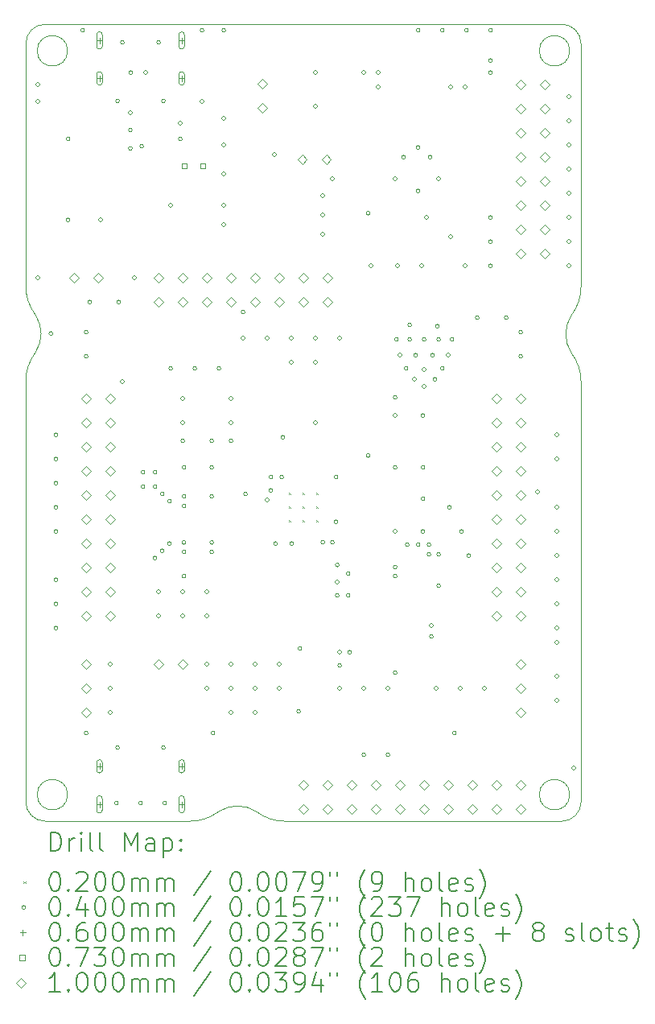
<source format=gbr>
%TF.GenerationSoftware,KiCad,Pcbnew,8.0.8-8.0.8-0~ubuntu22.04.1*%
%TF.CreationDate,2025-02-13T21:07:08+01:00*%
%TF.ProjectId,rp2350b-launchpad-PCB,72703233-3530-4622-9d6c-61756e636870,rev?*%
%TF.SameCoordinates,Original*%
%TF.FileFunction,Drillmap*%
%TF.FilePolarity,Positive*%
%FSLAX45Y45*%
G04 Gerber Fmt 4.5, Leading zero omitted, Abs format (unit mm)*
G04 Created by KiCad (PCBNEW 8.0.8-8.0.8-0~ubuntu22.04.1) date 2025-02-13 21:07:08*
%MOMM*%
%LPD*%
G01*
G04 APERTURE LIST*
%ADD10C,0.050000*%
%ADD11C,0.200000*%
%ADD12C,0.100000*%
G04 APERTURE END LIST*
D10*
X16771600Y-14833600D02*
G75*
G02*
X16451600Y-14833600I-160000J0D01*
G01*
X16451600Y-14833600D02*
G75*
G02*
X16771600Y-14833600I160000J0D01*
G01*
X11488400Y-14833600D02*
G75*
G02*
X11168400Y-14833600I-160000J0D01*
G01*
X11168400Y-14833600D02*
G75*
G02*
X11488400Y-14833600I160000J0D01*
G01*
X11049000Y-10485663D02*
G75*
G02*
X11148848Y-10185400I500610J263D01*
G01*
X11148848Y-9785400D02*
G75*
G02*
X11148848Y-10185400I-299998J-200000D01*
G01*
X11149000Y-9785400D02*
G75*
G02*
X11049000Y-9485400I400000J300000D01*
G01*
X11252200Y-15113000D02*
X12573000Y-15113000D01*
X11049000Y-6934200D02*
X11049000Y-9485400D01*
X11252200Y-6731000D02*
X11811000Y-6731000D01*
X11811000Y-6731000D02*
X16687800Y-6731000D01*
X13776463Y-15112848D02*
G75*
G02*
X13476200Y-15013000I-263J500608D01*
G01*
X13076200Y-15013000D02*
G75*
G02*
X13476200Y-15013000I200000J-300000D01*
G01*
X13076200Y-15013000D02*
G75*
G02*
X12776200Y-15113000I-300000J400000D01*
G01*
X12573000Y-15113000D02*
X12776200Y-15113000D01*
X13776463Y-15112848D02*
X16687800Y-15113000D01*
X11049000Y-10485663D02*
X11049000Y-14909800D01*
X16891000Y-9486900D02*
X16890848Y-9489937D01*
X16687800Y-6731000D02*
G75*
G02*
X16891000Y-6934200I0J-203200D01*
G01*
X16791000Y-10190200D02*
G75*
G02*
X16791000Y-9790200I300000J200000D01*
G01*
X11049000Y-6934200D02*
G75*
G02*
X11252200Y-6731000I203200J0D01*
G01*
X11252200Y-15113000D02*
G75*
G02*
X11049000Y-14909800I0J203200D01*
G01*
X16771600Y-7010400D02*
G75*
G02*
X16451600Y-7010400I-160000J0D01*
G01*
X16451600Y-7010400D02*
G75*
G02*
X16771600Y-7010400I160000J0D01*
G01*
X16791000Y-10190200D02*
G75*
G02*
X16891000Y-10490200I-400000J-300000D01*
G01*
X16891000Y-14909800D02*
X16891000Y-10490200D01*
X16891000Y-14909800D02*
G75*
G02*
X16687800Y-15113000I-203200J0D01*
G01*
X11488400Y-7010400D02*
G75*
G02*
X11168400Y-7010400I-160000J0D01*
G01*
X11168400Y-7010400D02*
G75*
G02*
X11488400Y-7010400I160000J0D01*
G01*
X16891000Y-6934200D02*
X16891000Y-9486900D01*
X16890848Y-9489937D02*
G75*
G02*
X16791000Y-9790200I-500608J-263D01*
G01*
D11*
D12*
X13815000Y-11656000D02*
X13835000Y-11676000D01*
X13835000Y-11656000D02*
X13815000Y-11676000D01*
X13815000Y-11801000D02*
X13835000Y-11821000D01*
X13835000Y-11801000D02*
X13815000Y-11821000D01*
X13815000Y-11946000D02*
X13835000Y-11966000D01*
X13835000Y-11946000D02*
X13815000Y-11966000D01*
X13960000Y-11656000D02*
X13980000Y-11676000D01*
X13980000Y-11656000D02*
X13960000Y-11676000D01*
X13960000Y-11801000D02*
X13980000Y-11821000D01*
X13980000Y-11801000D02*
X13960000Y-11821000D01*
X13960000Y-11946000D02*
X13980000Y-11966000D01*
X13980000Y-11946000D02*
X13960000Y-11966000D01*
X14105000Y-11656000D02*
X14125000Y-11676000D01*
X14125000Y-11656000D02*
X14105000Y-11676000D01*
X14105000Y-11801000D02*
X14125000Y-11821000D01*
X14125000Y-11801000D02*
X14105000Y-11821000D01*
X14105000Y-11946000D02*
X14125000Y-11966000D01*
X14125000Y-11946000D02*
X14105000Y-11966000D01*
X11196000Y-7366000D02*
G75*
G02*
X11156000Y-7366000I-20000J0D01*
G01*
X11156000Y-7366000D02*
G75*
G02*
X11196000Y-7366000I20000J0D01*
G01*
X11196000Y-7543800D02*
G75*
G02*
X11156000Y-7543800I-20000J0D01*
G01*
X11156000Y-7543800D02*
G75*
G02*
X11196000Y-7543800I20000J0D01*
G01*
X11196000Y-9398000D02*
G75*
G02*
X11156000Y-9398000I-20000J0D01*
G01*
X11156000Y-9398000D02*
G75*
G02*
X11196000Y-9398000I20000J0D01*
G01*
X11332600Y-9982900D02*
G75*
G02*
X11292600Y-9982900I-20000J0D01*
G01*
X11292600Y-9982900D02*
G75*
G02*
X11332600Y-9982900I20000J0D01*
G01*
X11386500Y-11049000D02*
G75*
G02*
X11346500Y-11049000I-20000J0D01*
G01*
X11346500Y-11049000D02*
G75*
G02*
X11386500Y-11049000I20000J0D01*
G01*
X11386500Y-11303000D02*
G75*
G02*
X11346500Y-11303000I-20000J0D01*
G01*
X11346500Y-11303000D02*
G75*
G02*
X11386500Y-11303000I20000J0D01*
G01*
X11386500Y-11557000D02*
G75*
G02*
X11346500Y-11557000I-20000J0D01*
G01*
X11346500Y-11557000D02*
G75*
G02*
X11386500Y-11557000I20000J0D01*
G01*
X11386500Y-11811000D02*
G75*
G02*
X11346500Y-11811000I-20000J0D01*
G01*
X11346500Y-11811000D02*
G75*
G02*
X11386500Y-11811000I20000J0D01*
G01*
X11386500Y-12065000D02*
G75*
G02*
X11346500Y-12065000I-20000J0D01*
G01*
X11346500Y-12065000D02*
G75*
G02*
X11386500Y-12065000I20000J0D01*
G01*
X11386500Y-12573000D02*
G75*
G02*
X11346500Y-12573000I-20000J0D01*
G01*
X11346500Y-12573000D02*
G75*
G02*
X11386500Y-12573000I20000J0D01*
G01*
X11386500Y-12827000D02*
G75*
G02*
X11346500Y-12827000I-20000J0D01*
G01*
X11346500Y-12827000D02*
G75*
G02*
X11386500Y-12827000I20000J0D01*
G01*
X11386500Y-13081000D02*
G75*
G02*
X11346500Y-13081000I-20000J0D01*
G01*
X11346500Y-13081000D02*
G75*
G02*
X11386500Y-13081000I20000J0D01*
G01*
X11513500Y-7937500D02*
G75*
G02*
X11473500Y-7937500I-20000J0D01*
G01*
X11473500Y-7937500D02*
G75*
G02*
X11513500Y-7937500I20000J0D01*
G01*
X11513500Y-8788400D02*
G75*
G02*
X11473500Y-8788400I-20000J0D01*
G01*
X11473500Y-8788400D02*
G75*
G02*
X11513500Y-8788400I20000J0D01*
G01*
X11665900Y-6794500D02*
G75*
G02*
X11625900Y-6794500I-20000J0D01*
G01*
X11625900Y-6794500D02*
G75*
G02*
X11665900Y-6794500I20000J0D01*
G01*
X11704000Y-9969500D02*
G75*
G02*
X11664000Y-9969500I-20000J0D01*
G01*
X11664000Y-9969500D02*
G75*
G02*
X11704000Y-9969500I20000J0D01*
G01*
X11704000Y-10223500D02*
G75*
G02*
X11664000Y-10223500I-20000J0D01*
G01*
X11664000Y-10223500D02*
G75*
G02*
X11704000Y-10223500I20000J0D01*
G01*
X11704000Y-14185900D02*
G75*
G02*
X11664000Y-14185900I-20000J0D01*
G01*
X11664000Y-14185900D02*
G75*
G02*
X11704000Y-14185900I20000J0D01*
G01*
X11742100Y-9652000D02*
G75*
G02*
X11702100Y-9652000I-20000J0D01*
G01*
X11702100Y-9652000D02*
G75*
G02*
X11742100Y-9652000I20000J0D01*
G01*
X11856400Y-8788400D02*
G75*
G02*
X11816400Y-8788400I-20000J0D01*
G01*
X11816400Y-8788400D02*
G75*
G02*
X11856400Y-8788400I20000J0D01*
G01*
X11958000Y-13462000D02*
G75*
G02*
X11918000Y-13462000I-20000J0D01*
G01*
X11918000Y-13462000D02*
G75*
G02*
X11958000Y-13462000I20000J0D01*
G01*
X11958000Y-13716000D02*
G75*
G02*
X11918000Y-13716000I-20000J0D01*
G01*
X11918000Y-13716000D02*
G75*
G02*
X11958000Y-13716000I20000J0D01*
G01*
X11958000Y-13970000D02*
G75*
G02*
X11918000Y-13970000I-20000J0D01*
G01*
X11918000Y-13970000D02*
G75*
G02*
X11958000Y-13970000I20000J0D01*
G01*
X12021500Y-14922500D02*
G75*
G02*
X11981500Y-14922500I-20000J0D01*
G01*
X11981500Y-14922500D02*
G75*
G02*
X12021500Y-14922500I20000J0D01*
G01*
X12034200Y-7538000D02*
G75*
G02*
X11994200Y-7538000I-20000J0D01*
G01*
X11994200Y-7538000D02*
G75*
G02*
X12034200Y-7538000I20000J0D01*
G01*
X12034200Y-14338300D02*
G75*
G02*
X11994200Y-14338300I-20000J0D01*
G01*
X11994200Y-14338300D02*
G75*
G02*
X12034200Y-14338300I20000J0D01*
G01*
X12046900Y-9652000D02*
G75*
G02*
X12006900Y-9652000I-20000J0D01*
G01*
X12006900Y-9652000D02*
G75*
G02*
X12046900Y-9652000I20000J0D01*
G01*
X12085000Y-6921500D02*
G75*
G02*
X12045000Y-6921500I-20000J0D01*
G01*
X12045000Y-6921500D02*
G75*
G02*
X12085000Y-6921500I20000J0D01*
G01*
X12085000Y-10490200D02*
G75*
G02*
X12045000Y-10490200I-20000J0D01*
G01*
X12045000Y-10490200D02*
G75*
G02*
X12085000Y-10490200I20000J0D01*
G01*
X12168820Y-7660640D02*
G75*
G02*
X12128820Y-7660640I-20000J0D01*
G01*
X12128820Y-7660640D02*
G75*
G02*
X12168820Y-7660640I20000J0D01*
G01*
X12168820Y-7843520D02*
G75*
G02*
X12128820Y-7843520I-20000J0D01*
G01*
X12128820Y-7843520D02*
G75*
G02*
X12168820Y-7843520I20000J0D01*
G01*
X12168820Y-8036560D02*
G75*
G02*
X12128820Y-8036560I-20000J0D01*
G01*
X12128820Y-8036560D02*
G75*
G02*
X12168820Y-8036560I20000J0D01*
G01*
X12173900Y-7239000D02*
G75*
G02*
X12133900Y-7239000I-20000J0D01*
G01*
X12133900Y-7239000D02*
G75*
G02*
X12173900Y-7239000I20000J0D01*
G01*
X12212000Y-9398000D02*
G75*
G02*
X12172000Y-9398000I-20000J0D01*
G01*
X12172000Y-9398000D02*
G75*
G02*
X12212000Y-9398000I20000J0D01*
G01*
X12275500Y-14922500D02*
G75*
G02*
X12235500Y-14922500I-20000J0D01*
G01*
X12235500Y-14922500D02*
G75*
G02*
X12275500Y-14922500I20000J0D01*
G01*
X12288200Y-8013700D02*
G75*
G02*
X12248200Y-8013700I-20000J0D01*
G01*
X12248200Y-8013700D02*
G75*
G02*
X12288200Y-8013700I20000J0D01*
G01*
X12300900Y-11442700D02*
G75*
G02*
X12260900Y-11442700I-20000J0D01*
G01*
X12260900Y-11442700D02*
G75*
G02*
X12300900Y-11442700I20000J0D01*
G01*
X12300900Y-11595100D02*
G75*
G02*
X12260900Y-11595100I-20000J0D01*
G01*
X12260900Y-11595100D02*
G75*
G02*
X12300900Y-11595100I20000J0D01*
G01*
X12330700Y-7239000D02*
G75*
G02*
X12290700Y-7239000I-20000J0D01*
G01*
X12290700Y-7239000D02*
G75*
G02*
X12330700Y-7239000I20000J0D01*
G01*
X12427900Y-11442700D02*
G75*
G02*
X12387900Y-11442700I-20000J0D01*
G01*
X12387900Y-11442700D02*
G75*
G02*
X12427900Y-11442700I20000J0D01*
G01*
X12427900Y-11595100D02*
G75*
G02*
X12387900Y-11595100I-20000J0D01*
G01*
X12387900Y-11595100D02*
G75*
G02*
X12427900Y-11595100I20000J0D01*
G01*
X12427900Y-12344400D02*
G75*
G02*
X12387900Y-12344400I-20000J0D01*
G01*
X12387900Y-12344400D02*
G75*
G02*
X12427900Y-12344400I20000J0D01*
G01*
X12466000Y-6921500D02*
G75*
G02*
X12426000Y-6921500I-20000J0D01*
G01*
X12426000Y-6921500D02*
G75*
G02*
X12466000Y-6921500I20000J0D01*
G01*
X12466000Y-12700000D02*
G75*
G02*
X12426000Y-12700000I-20000J0D01*
G01*
X12426000Y-12700000D02*
G75*
G02*
X12466000Y-12700000I20000J0D01*
G01*
X12466000Y-12954000D02*
G75*
G02*
X12426000Y-12954000I-20000J0D01*
G01*
X12426000Y-12954000D02*
G75*
G02*
X12466000Y-12954000I20000J0D01*
G01*
X12504100Y-11671300D02*
G75*
G02*
X12464100Y-11671300I-20000J0D01*
G01*
X12464100Y-11671300D02*
G75*
G02*
X12504100Y-11671300I20000J0D01*
G01*
X12504100Y-12268200D02*
G75*
G02*
X12464100Y-12268200I-20000J0D01*
G01*
X12464100Y-12268200D02*
G75*
G02*
X12504100Y-12268200I20000J0D01*
G01*
X12516800Y-7538000D02*
G75*
G02*
X12476800Y-7538000I-20000J0D01*
G01*
X12476800Y-7538000D02*
G75*
G02*
X12516800Y-7538000I20000J0D01*
G01*
X12516800Y-14338300D02*
G75*
G02*
X12476800Y-14338300I-20000J0D01*
G01*
X12476800Y-14338300D02*
G75*
G02*
X12516800Y-14338300I20000J0D01*
G01*
X12529500Y-14922500D02*
G75*
G02*
X12489500Y-14922500I-20000J0D01*
G01*
X12489500Y-14922500D02*
G75*
G02*
X12529500Y-14922500I20000J0D01*
G01*
X12580300Y-11747500D02*
G75*
G02*
X12540300Y-11747500I-20000J0D01*
G01*
X12540300Y-11747500D02*
G75*
G02*
X12580300Y-11747500I20000J0D01*
G01*
X12580300Y-12192000D02*
G75*
G02*
X12540300Y-12192000I-20000J0D01*
G01*
X12540300Y-12192000D02*
G75*
G02*
X12580300Y-12192000I20000J0D01*
G01*
X12593000Y-8636000D02*
G75*
G02*
X12553000Y-8636000I-20000J0D01*
G01*
X12553000Y-8636000D02*
G75*
G02*
X12593000Y-8636000I20000J0D01*
G01*
X12593000Y-10350500D02*
G75*
G02*
X12553000Y-10350500I-20000J0D01*
G01*
X12553000Y-10350500D02*
G75*
G02*
X12593000Y-10350500I20000J0D01*
G01*
X12694600Y-7772400D02*
G75*
G02*
X12654600Y-7772400I-20000J0D01*
G01*
X12654600Y-7772400D02*
G75*
G02*
X12694600Y-7772400I20000J0D01*
G01*
X12694600Y-7937500D02*
G75*
G02*
X12654600Y-7937500I-20000J0D01*
G01*
X12654600Y-7937500D02*
G75*
G02*
X12694600Y-7937500I20000J0D01*
G01*
X12720000Y-10668000D02*
G75*
G02*
X12680000Y-10668000I-20000J0D01*
G01*
X12680000Y-10668000D02*
G75*
G02*
X12720000Y-10668000I20000J0D01*
G01*
X12720000Y-10922000D02*
G75*
G02*
X12680000Y-10922000I-20000J0D01*
G01*
X12680000Y-10922000D02*
G75*
G02*
X12720000Y-10922000I20000J0D01*
G01*
X12720000Y-11112500D02*
G75*
G02*
X12680000Y-11112500I-20000J0D01*
G01*
X12680000Y-11112500D02*
G75*
G02*
X12720000Y-11112500I20000J0D01*
G01*
X12720000Y-12700000D02*
G75*
G02*
X12680000Y-12700000I-20000J0D01*
G01*
X12680000Y-12700000D02*
G75*
G02*
X12720000Y-12700000I20000J0D01*
G01*
X12720000Y-12954000D02*
G75*
G02*
X12680000Y-12954000I-20000J0D01*
G01*
X12680000Y-12954000D02*
G75*
G02*
X12720000Y-12954000I20000J0D01*
G01*
X12732300Y-12534900D02*
G75*
G02*
X12692300Y-12534900I-20000J0D01*
G01*
X12692300Y-12534900D02*
G75*
G02*
X12732300Y-12534900I20000J0D01*
G01*
X12732700Y-11391900D02*
G75*
G02*
X12692700Y-11391900I-20000J0D01*
G01*
X12692700Y-11391900D02*
G75*
G02*
X12732700Y-11391900I20000J0D01*
G01*
X12732700Y-11696700D02*
G75*
G02*
X12692700Y-11696700I-20000J0D01*
G01*
X12692700Y-11696700D02*
G75*
G02*
X12732700Y-11696700I20000J0D01*
G01*
X12732700Y-11798300D02*
G75*
G02*
X12692700Y-11798300I-20000J0D01*
G01*
X12692700Y-11798300D02*
G75*
G02*
X12732700Y-11798300I20000J0D01*
G01*
X12732700Y-12181000D02*
G75*
G02*
X12692700Y-12181000I-20000J0D01*
G01*
X12692700Y-12181000D02*
G75*
G02*
X12732700Y-12181000I20000J0D01*
G01*
X12732700Y-12280900D02*
G75*
G02*
X12692700Y-12280900I-20000J0D01*
G01*
X12692700Y-12280900D02*
G75*
G02*
X12732700Y-12280900I20000J0D01*
G01*
X12847000Y-10350500D02*
G75*
G02*
X12807000Y-10350500I-20000J0D01*
G01*
X12807000Y-10350500D02*
G75*
G02*
X12847000Y-10350500I20000J0D01*
G01*
X12923200Y-6794500D02*
G75*
G02*
X12883200Y-6794500I-20000J0D01*
G01*
X12883200Y-6794500D02*
G75*
G02*
X12923200Y-6794500I20000J0D01*
G01*
X12923200Y-7543800D02*
G75*
G02*
X12883200Y-7543800I-20000J0D01*
G01*
X12883200Y-7543800D02*
G75*
G02*
X12923200Y-7543800I20000J0D01*
G01*
X12974000Y-12700000D02*
G75*
G02*
X12934000Y-12700000I-20000J0D01*
G01*
X12934000Y-12700000D02*
G75*
G02*
X12974000Y-12700000I20000J0D01*
G01*
X12974000Y-12954000D02*
G75*
G02*
X12934000Y-12954000I-20000J0D01*
G01*
X12934000Y-12954000D02*
G75*
G02*
X12974000Y-12954000I20000J0D01*
G01*
X12974000Y-13462000D02*
G75*
G02*
X12934000Y-13462000I-20000J0D01*
G01*
X12934000Y-13462000D02*
G75*
G02*
X12974000Y-13462000I20000J0D01*
G01*
X12974000Y-13716000D02*
G75*
G02*
X12934000Y-13716000I-20000J0D01*
G01*
X12934000Y-13716000D02*
G75*
G02*
X12974000Y-13716000I20000J0D01*
G01*
X13024800Y-11112500D02*
G75*
G02*
X12984800Y-11112500I-20000J0D01*
G01*
X12984800Y-11112500D02*
G75*
G02*
X13024800Y-11112500I20000J0D01*
G01*
X13024800Y-11391900D02*
G75*
G02*
X12984800Y-11391900I-20000J0D01*
G01*
X12984800Y-11391900D02*
G75*
G02*
X13024800Y-11391900I20000J0D01*
G01*
X13024800Y-11696700D02*
G75*
G02*
X12984800Y-11696700I-20000J0D01*
G01*
X12984800Y-11696700D02*
G75*
G02*
X13024800Y-11696700I20000J0D01*
G01*
X13024800Y-12181000D02*
G75*
G02*
X12984800Y-12181000I-20000J0D01*
G01*
X12984800Y-12181000D02*
G75*
G02*
X13024800Y-12181000I20000J0D01*
G01*
X13024800Y-12280900D02*
G75*
G02*
X12984800Y-12280900I-20000J0D01*
G01*
X12984800Y-12280900D02*
G75*
G02*
X13024800Y-12280900I20000J0D01*
G01*
X13037500Y-14185900D02*
G75*
G02*
X12997500Y-14185900I-20000J0D01*
G01*
X12997500Y-14185900D02*
G75*
G02*
X13037500Y-14185900I20000J0D01*
G01*
X13101000Y-10350500D02*
G75*
G02*
X13061000Y-10350500I-20000J0D01*
G01*
X13061000Y-10350500D02*
G75*
G02*
X13101000Y-10350500I20000J0D01*
G01*
X13151800Y-6794500D02*
G75*
G02*
X13111800Y-6794500I-20000J0D01*
G01*
X13111800Y-6794500D02*
G75*
G02*
X13151800Y-6794500I20000J0D01*
G01*
X13151800Y-7721600D02*
G75*
G02*
X13111800Y-7721600I-20000J0D01*
G01*
X13111800Y-7721600D02*
G75*
G02*
X13151800Y-7721600I20000J0D01*
G01*
X13151800Y-8001000D02*
G75*
G02*
X13111800Y-8001000I-20000J0D01*
G01*
X13111800Y-8001000D02*
G75*
G02*
X13151800Y-8001000I20000J0D01*
G01*
X13151800Y-8305800D02*
G75*
G02*
X13111800Y-8305800I-20000J0D01*
G01*
X13111800Y-8305800D02*
G75*
G02*
X13151800Y-8305800I20000J0D01*
G01*
X13151800Y-8636000D02*
G75*
G02*
X13111800Y-8636000I-20000J0D01*
G01*
X13111800Y-8636000D02*
G75*
G02*
X13151800Y-8636000I20000J0D01*
G01*
X13151800Y-8839200D02*
G75*
G02*
X13111800Y-8839200I-20000J0D01*
G01*
X13111800Y-8839200D02*
G75*
G02*
X13151800Y-8839200I20000J0D01*
G01*
X13228000Y-10668000D02*
G75*
G02*
X13188000Y-10668000I-20000J0D01*
G01*
X13188000Y-10668000D02*
G75*
G02*
X13228000Y-10668000I20000J0D01*
G01*
X13228000Y-10922000D02*
G75*
G02*
X13188000Y-10922000I-20000J0D01*
G01*
X13188000Y-10922000D02*
G75*
G02*
X13228000Y-10922000I20000J0D01*
G01*
X13228000Y-11112500D02*
G75*
G02*
X13188000Y-11112500I-20000J0D01*
G01*
X13188000Y-11112500D02*
G75*
G02*
X13228000Y-11112500I20000J0D01*
G01*
X13228000Y-13462000D02*
G75*
G02*
X13188000Y-13462000I-20000J0D01*
G01*
X13188000Y-13462000D02*
G75*
G02*
X13228000Y-13462000I20000J0D01*
G01*
X13228000Y-13716000D02*
G75*
G02*
X13188000Y-13716000I-20000J0D01*
G01*
X13188000Y-13716000D02*
G75*
G02*
X13228000Y-13716000I20000J0D01*
G01*
X13228000Y-13970000D02*
G75*
G02*
X13188000Y-13970000I-20000J0D01*
G01*
X13188000Y-13970000D02*
G75*
G02*
X13228000Y-13970000I20000J0D01*
G01*
X13355000Y-9757900D02*
G75*
G02*
X13315000Y-9757900I-20000J0D01*
G01*
X13315000Y-9757900D02*
G75*
G02*
X13355000Y-9757900I20000J0D01*
G01*
X13355000Y-10033000D02*
G75*
G02*
X13315000Y-10033000I-20000J0D01*
G01*
X13315000Y-10033000D02*
G75*
G02*
X13355000Y-10033000I20000J0D01*
G01*
X13380400Y-11671300D02*
G75*
G02*
X13340400Y-11671300I-20000J0D01*
G01*
X13340400Y-11671300D02*
G75*
G02*
X13380400Y-11671300I20000J0D01*
G01*
X13482000Y-13462000D02*
G75*
G02*
X13442000Y-13462000I-20000J0D01*
G01*
X13442000Y-13462000D02*
G75*
G02*
X13482000Y-13462000I20000J0D01*
G01*
X13482000Y-13716000D02*
G75*
G02*
X13442000Y-13716000I-20000J0D01*
G01*
X13442000Y-13716000D02*
G75*
G02*
X13482000Y-13716000I20000J0D01*
G01*
X13482000Y-13970000D02*
G75*
G02*
X13442000Y-13970000I-20000J0D01*
G01*
X13442000Y-13970000D02*
G75*
G02*
X13482000Y-13970000I20000J0D01*
G01*
X13609000Y-10033000D02*
G75*
G02*
X13569000Y-10033000I-20000J0D01*
G01*
X13569000Y-10033000D02*
G75*
G02*
X13609000Y-10033000I20000J0D01*
G01*
X13609000Y-11734800D02*
G75*
G02*
X13569000Y-11734800I-20000J0D01*
G01*
X13569000Y-11734800D02*
G75*
G02*
X13609000Y-11734800I20000J0D01*
G01*
X13647100Y-11493500D02*
G75*
G02*
X13607100Y-11493500I-20000J0D01*
G01*
X13607100Y-11493500D02*
G75*
G02*
X13647100Y-11493500I20000J0D01*
G01*
X13647100Y-11633200D02*
G75*
G02*
X13607100Y-11633200I-20000J0D01*
G01*
X13607100Y-11633200D02*
G75*
G02*
X13647100Y-11633200I20000J0D01*
G01*
X13685200Y-8102600D02*
G75*
G02*
X13645200Y-8102600I-20000J0D01*
G01*
X13645200Y-8102600D02*
G75*
G02*
X13685200Y-8102600I20000J0D01*
G01*
X13695360Y-12192000D02*
G75*
G02*
X13655360Y-12192000I-20000J0D01*
G01*
X13655360Y-12192000D02*
G75*
G02*
X13695360Y-12192000I20000J0D01*
G01*
X13736000Y-13462000D02*
G75*
G02*
X13696000Y-13462000I-20000J0D01*
G01*
X13696000Y-13462000D02*
G75*
G02*
X13736000Y-13462000I20000J0D01*
G01*
X13736000Y-13716000D02*
G75*
G02*
X13696000Y-13716000I-20000J0D01*
G01*
X13696000Y-13716000D02*
G75*
G02*
X13736000Y-13716000I20000J0D01*
G01*
X13761400Y-11493500D02*
G75*
G02*
X13721400Y-11493500I-20000J0D01*
G01*
X13721400Y-11493500D02*
G75*
G02*
X13761400Y-11493500I20000J0D01*
G01*
X13774100Y-11074400D02*
G75*
G02*
X13734100Y-11074400I-20000J0D01*
G01*
X13734100Y-11074400D02*
G75*
G02*
X13774100Y-11074400I20000J0D01*
G01*
X13863000Y-10033000D02*
G75*
G02*
X13823000Y-10033000I-20000J0D01*
G01*
X13823000Y-10033000D02*
G75*
G02*
X13863000Y-10033000I20000J0D01*
G01*
X13863000Y-10287000D02*
G75*
G02*
X13823000Y-10287000I-20000J0D01*
G01*
X13823000Y-10287000D02*
G75*
G02*
X13863000Y-10287000I20000J0D01*
G01*
X13865540Y-12192000D02*
G75*
G02*
X13825540Y-12192000I-20000J0D01*
G01*
X13825540Y-12192000D02*
G75*
G02*
X13865540Y-12192000I20000J0D01*
G01*
X13939200Y-13957300D02*
G75*
G02*
X13899200Y-13957300I-20000J0D01*
G01*
X13899200Y-13957300D02*
G75*
G02*
X13939200Y-13957300I20000J0D01*
G01*
X13951900Y-13296900D02*
G75*
G02*
X13911900Y-13296900I-20000J0D01*
G01*
X13911900Y-13296900D02*
G75*
G02*
X13951900Y-13296900I20000J0D01*
G01*
X14117000Y-7239000D02*
G75*
G02*
X14077000Y-7239000I-20000J0D01*
G01*
X14077000Y-7239000D02*
G75*
G02*
X14117000Y-7239000I20000J0D01*
G01*
X14117000Y-7594600D02*
G75*
G02*
X14077000Y-7594600I-20000J0D01*
G01*
X14077000Y-7594600D02*
G75*
G02*
X14117000Y-7594600I20000J0D01*
G01*
X14117000Y-10033000D02*
G75*
G02*
X14077000Y-10033000I-20000J0D01*
G01*
X14077000Y-10033000D02*
G75*
G02*
X14117000Y-10033000I20000J0D01*
G01*
X14117000Y-10287000D02*
G75*
G02*
X14077000Y-10287000I-20000J0D01*
G01*
X14077000Y-10287000D02*
G75*
G02*
X14117000Y-10287000I20000J0D01*
G01*
X14117000Y-10922000D02*
G75*
G02*
X14077000Y-10922000I-20000J0D01*
G01*
X14077000Y-10922000D02*
G75*
G02*
X14117000Y-10922000I20000J0D01*
G01*
X14193200Y-8534400D02*
G75*
G02*
X14153200Y-8534400I-20000J0D01*
G01*
X14153200Y-8534400D02*
G75*
G02*
X14193200Y-8534400I20000J0D01*
G01*
X14193200Y-8737600D02*
G75*
G02*
X14153200Y-8737600I-20000J0D01*
G01*
X14153200Y-8737600D02*
G75*
G02*
X14193200Y-8737600I20000J0D01*
G01*
X14193200Y-8940800D02*
G75*
G02*
X14153200Y-8940800I-20000J0D01*
G01*
X14153200Y-8940800D02*
G75*
G02*
X14193200Y-8940800I20000J0D01*
G01*
X14194800Y-12179300D02*
G75*
G02*
X14154800Y-12179300I-20000J0D01*
G01*
X14154800Y-12179300D02*
G75*
G02*
X14194800Y-12179300I20000J0D01*
G01*
X14294800Y-8356600D02*
G75*
G02*
X14254800Y-8356600I-20000J0D01*
G01*
X14254800Y-8356600D02*
G75*
G02*
X14294800Y-8356600I20000J0D01*
G01*
X14294800Y-12179300D02*
G75*
G02*
X14254800Y-12179300I-20000J0D01*
G01*
X14254800Y-12179300D02*
G75*
G02*
X14294800Y-12179300I20000J0D01*
G01*
X14332900Y-11493500D02*
G75*
G02*
X14292900Y-11493500I-20000J0D01*
G01*
X14292900Y-11493500D02*
G75*
G02*
X14332900Y-11493500I20000J0D01*
G01*
X14332900Y-11963400D02*
G75*
G02*
X14292900Y-11963400I-20000J0D01*
G01*
X14292900Y-11963400D02*
G75*
G02*
X14332900Y-11963400I20000J0D01*
G01*
X14345600Y-12418100D02*
G75*
G02*
X14305600Y-12418100I-20000J0D01*
G01*
X14305600Y-12418100D02*
G75*
G02*
X14345600Y-12418100I20000J0D01*
G01*
X14345600Y-12598100D02*
G75*
G02*
X14305600Y-12598100I-20000J0D01*
G01*
X14305600Y-12598100D02*
G75*
G02*
X14345600Y-12598100I20000J0D01*
G01*
X14345600Y-12738100D02*
G75*
G02*
X14305600Y-12738100I-20000J0D01*
G01*
X14305600Y-12738100D02*
G75*
G02*
X14345600Y-12738100I20000J0D01*
G01*
X14371000Y-10033000D02*
G75*
G02*
X14331000Y-10033000I-20000J0D01*
G01*
X14331000Y-10033000D02*
G75*
G02*
X14371000Y-10033000I20000J0D01*
G01*
X14371000Y-13335000D02*
G75*
G02*
X14331000Y-13335000I-20000J0D01*
G01*
X14331000Y-13335000D02*
G75*
G02*
X14371000Y-13335000I20000J0D01*
G01*
X14371000Y-13475000D02*
G75*
G02*
X14331000Y-13475000I-20000J0D01*
G01*
X14331000Y-13475000D02*
G75*
G02*
X14371000Y-13475000I20000J0D01*
G01*
X14371000Y-13716000D02*
G75*
G02*
X14331000Y-13716000I-20000J0D01*
G01*
X14331000Y-13716000D02*
G75*
G02*
X14371000Y-13716000I20000J0D01*
G01*
X14459900Y-12509500D02*
G75*
G02*
X14419900Y-12509500I-20000J0D01*
G01*
X14419900Y-12509500D02*
G75*
G02*
X14459900Y-12509500I20000J0D01*
G01*
X14459900Y-12738100D02*
G75*
G02*
X14419900Y-12738100I-20000J0D01*
G01*
X14419900Y-12738100D02*
G75*
G02*
X14459900Y-12738100I20000J0D01*
G01*
X14475000Y-13335000D02*
G75*
G02*
X14435000Y-13335000I-20000J0D01*
G01*
X14435000Y-13335000D02*
G75*
G02*
X14475000Y-13335000I20000J0D01*
G01*
X14625000Y-7239000D02*
G75*
G02*
X14585000Y-7239000I-20000J0D01*
G01*
X14585000Y-7239000D02*
G75*
G02*
X14625000Y-7239000I20000J0D01*
G01*
X14625000Y-13716000D02*
G75*
G02*
X14585000Y-13716000I-20000J0D01*
G01*
X14585000Y-13716000D02*
G75*
G02*
X14625000Y-13716000I20000J0D01*
G01*
X14625000Y-14414500D02*
G75*
G02*
X14585000Y-14414500I-20000J0D01*
G01*
X14585000Y-14414500D02*
G75*
G02*
X14625000Y-14414500I20000J0D01*
G01*
X14669450Y-8718550D02*
G75*
G02*
X14629450Y-8718550I-20000J0D01*
G01*
X14629450Y-8718550D02*
G75*
G02*
X14669450Y-8718550I20000J0D01*
G01*
X14671500Y-11267440D02*
G75*
G02*
X14631500Y-11267440I-20000J0D01*
G01*
X14631500Y-11267440D02*
G75*
G02*
X14671500Y-11267440I20000J0D01*
G01*
X14701200Y-9271000D02*
G75*
G02*
X14661200Y-9271000I-20000J0D01*
G01*
X14661200Y-9271000D02*
G75*
G02*
X14701200Y-9271000I20000J0D01*
G01*
X14777400Y-7239000D02*
G75*
G02*
X14737400Y-7239000I-20000J0D01*
G01*
X14737400Y-7239000D02*
G75*
G02*
X14777400Y-7239000I20000J0D01*
G01*
X14777400Y-7391400D02*
G75*
G02*
X14737400Y-7391400I-20000J0D01*
G01*
X14737400Y-7391400D02*
G75*
G02*
X14777400Y-7391400I20000J0D01*
G01*
X14879000Y-13716000D02*
G75*
G02*
X14839000Y-13716000I-20000J0D01*
G01*
X14839000Y-13716000D02*
G75*
G02*
X14879000Y-13716000I20000J0D01*
G01*
X14879000Y-14414500D02*
G75*
G02*
X14839000Y-14414500I-20000J0D01*
G01*
X14839000Y-14414500D02*
G75*
G02*
X14879000Y-14414500I20000J0D01*
G01*
X14955200Y-8356600D02*
G75*
G02*
X14915200Y-8356600I-20000J0D01*
G01*
X14915200Y-8356600D02*
G75*
G02*
X14955200Y-8356600I20000J0D01*
G01*
X14955200Y-10655300D02*
G75*
G02*
X14915200Y-10655300I-20000J0D01*
G01*
X14915200Y-10655300D02*
G75*
G02*
X14955200Y-10655300I20000J0D01*
G01*
X14955200Y-10845800D02*
G75*
G02*
X14915200Y-10845800I-20000J0D01*
G01*
X14915200Y-10845800D02*
G75*
G02*
X14955200Y-10845800I20000J0D01*
G01*
X14955200Y-11391900D02*
G75*
G02*
X14915200Y-11391900I-20000J0D01*
G01*
X14915200Y-11391900D02*
G75*
G02*
X14955200Y-11391900I20000J0D01*
G01*
X14955200Y-12065000D02*
G75*
G02*
X14915200Y-12065000I-20000J0D01*
G01*
X14915200Y-12065000D02*
G75*
G02*
X14955200Y-12065000I20000J0D01*
G01*
X14955200Y-12439800D02*
G75*
G02*
X14915200Y-12439800I-20000J0D01*
G01*
X14915200Y-12439800D02*
G75*
G02*
X14955200Y-12439800I20000J0D01*
G01*
X14955200Y-12534900D02*
G75*
G02*
X14915200Y-12534900I-20000J0D01*
G01*
X14915200Y-12534900D02*
G75*
G02*
X14955200Y-12534900I20000J0D01*
G01*
X14955200Y-13550900D02*
G75*
G02*
X14915200Y-13550900I-20000J0D01*
G01*
X14915200Y-13550900D02*
G75*
G02*
X14955200Y-13550900I20000J0D01*
G01*
X14967900Y-10045700D02*
G75*
G02*
X14927900Y-10045700I-20000J0D01*
G01*
X14927900Y-10045700D02*
G75*
G02*
X14967900Y-10045700I20000J0D01*
G01*
X14980600Y-9271000D02*
G75*
G02*
X14940600Y-9271000I-20000J0D01*
G01*
X14940600Y-9271000D02*
G75*
G02*
X14980600Y-9271000I20000J0D01*
G01*
X15006000Y-10210800D02*
G75*
G02*
X14966000Y-10210800I-20000J0D01*
G01*
X14966000Y-10210800D02*
G75*
G02*
X15006000Y-10210800I20000J0D01*
G01*
X15044100Y-8128000D02*
G75*
G02*
X15004100Y-8128000I-20000J0D01*
G01*
X15004100Y-8128000D02*
G75*
G02*
X15044100Y-8128000I20000J0D01*
G01*
X15069500Y-10350500D02*
G75*
G02*
X15029500Y-10350500I-20000J0D01*
G01*
X15029500Y-10350500D02*
G75*
G02*
X15069500Y-10350500I20000J0D01*
G01*
X15082200Y-12205000D02*
G75*
G02*
X15042200Y-12205000I-20000J0D01*
G01*
X15042200Y-12205000D02*
G75*
G02*
X15082200Y-12205000I20000J0D01*
G01*
X15107600Y-9893300D02*
G75*
G02*
X15067600Y-9893300I-20000J0D01*
G01*
X15067600Y-9893300D02*
G75*
G02*
X15107600Y-9893300I20000J0D01*
G01*
X15107600Y-10045700D02*
G75*
G02*
X15067600Y-10045700I-20000J0D01*
G01*
X15067600Y-10045700D02*
G75*
G02*
X15107600Y-10045700I20000J0D01*
G01*
X15158400Y-10464800D02*
G75*
G02*
X15118400Y-10464800I-20000J0D01*
G01*
X15118400Y-10464800D02*
G75*
G02*
X15158400Y-10464800I20000J0D01*
G01*
X15171100Y-10210800D02*
G75*
G02*
X15131100Y-10210800I-20000J0D01*
G01*
X15131100Y-10210800D02*
G75*
G02*
X15171100Y-10210800I20000J0D01*
G01*
X15196500Y-6794500D02*
G75*
G02*
X15156500Y-6794500I-20000J0D01*
G01*
X15156500Y-6794500D02*
G75*
G02*
X15196500Y-6794500I20000J0D01*
G01*
X15196500Y-8026400D02*
G75*
G02*
X15156500Y-8026400I-20000J0D01*
G01*
X15156500Y-8026400D02*
G75*
G02*
X15196500Y-8026400I20000J0D01*
G01*
X15196500Y-8483600D02*
G75*
G02*
X15156500Y-8483600I-20000J0D01*
G01*
X15156500Y-8483600D02*
G75*
G02*
X15196500Y-8483600I20000J0D01*
G01*
X15196500Y-12205000D02*
G75*
G02*
X15156500Y-12205000I-20000J0D01*
G01*
X15156500Y-12205000D02*
G75*
G02*
X15196500Y-12205000I20000J0D01*
G01*
X15234600Y-9271000D02*
G75*
G02*
X15194600Y-9271000I-20000J0D01*
G01*
X15194600Y-9271000D02*
G75*
G02*
X15234600Y-9271000I20000J0D01*
G01*
X15247300Y-10845800D02*
G75*
G02*
X15207300Y-10845800I-20000J0D01*
G01*
X15207300Y-10845800D02*
G75*
G02*
X15247300Y-10845800I20000J0D01*
G01*
X15247300Y-11391900D02*
G75*
G02*
X15207300Y-11391900I-20000J0D01*
G01*
X15207300Y-11391900D02*
G75*
G02*
X15247300Y-11391900I20000J0D01*
G01*
X15247300Y-11722100D02*
G75*
G02*
X15207300Y-11722100I-20000J0D01*
G01*
X15207300Y-11722100D02*
G75*
G02*
X15247300Y-11722100I20000J0D01*
G01*
X15247300Y-12065000D02*
G75*
G02*
X15207300Y-12065000I-20000J0D01*
G01*
X15207300Y-12065000D02*
G75*
G02*
X15247300Y-12065000I20000J0D01*
G01*
X15260000Y-10045700D02*
G75*
G02*
X15220000Y-10045700I-20000J0D01*
G01*
X15220000Y-10045700D02*
G75*
G02*
X15260000Y-10045700I20000J0D01*
G01*
X15260000Y-10363200D02*
G75*
G02*
X15220000Y-10363200I-20000J0D01*
G01*
X15220000Y-10363200D02*
G75*
G02*
X15260000Y-10363200I20000J0D01*
G01*
X15260000Y-10541000D02*
G75*
G02*
X15220000Y-10541000I-20000J0D01*
G01*
X15220000Y-10541000D02*
G75*
G02*
X15260000Y-10541000I20000J0D01*
G01*
X15285400Y-8763000D02*
G75*
G02*
X15245400Y-8763000I-20000J0D01*
G01*
X15245400Y-8763000D02*
G75*
G02*
X15285400Y-8763000I20000J0D01*
G01*
X15310800Y-12205000D02*
G75*
G02*
X15270800Y-12205000I-20000J0D01*
G01*
X15270800Y-12205000D02*
G75*
G02*
X15310800Y-12205000I20000J0D01*
G01*
X15310800Y-12306300D02*
G75*
G02*
X15270800Y-12306300I-20000J0D01*
G01*
X15270800Y-12306300D02*
G75*
G02*
X15310800Y-12306300I20000J0D01*
G01*
X15323500Y-8128000D02*
G75*
G02*
X15283500Y-8128000I-20000J0D01*
G01*
X15283500Y-8128000D02*
G75*
G02*
X15323500Y-8128000I20000J0D01*
G01*
X15336200Y-13055600D02*
G75*
G02*
X15296200Y-13055600I-20000J0D01*
G01*
X15296200Y-13055600D02*
G75*
G02*
X15336200Y-13055600I20000J0D01*
G01*
X15336200Y-13169900D02*
G75*
G02*
X15296200Y-13169900I-20000J0D01*
G01*
X15296200Y-13169900D02*
G75*
G02*
X15336200Y-13169900I20000J0D01*
G01*
X15348900Y-10210800D02*
G75*
G02*
X15308900Y-10210800I-20000J0D01*
G01*
X15308900Y-10210800D02*
G75*
G02*
X15348900Y-10210800I20000J0D01*
G01*
X15374300Y-10464800D02*
G75*
G02*
X15334300Y-10464800I-20000J0D01*
G01*
X15334300Y-10464800D02*
G75*
G02*
X15374300Y-10464800I20000J0D01*
G01*
X15387000Y-13716000D02*
G75*
G02*
X15347000Y-13716000I-20000J0D01*
G01*
X15347000Y-13716000D02*
G75*
G02*
X15387000Y-13716000I20000J0D01*
G01*
X15399700Y-9906000D02*
G75*
G02*
X15359700Y-9906000I-20000J0D01*
G01*
X15359700Y-9906000D02*
G75*
G02*
X15399700Y-9906000I20000J0D01*
G01*
X15412400Y-8356600D02*
G75*
G02*
X15372400Y-8356600I-20000J0D01*
G01*
X15372400Y-8356600D02*
G75*
G02*
X15412400Y-8356600I20000J0D01*
G01*
X15412400Y-10045700D02*
G75*
G02*
X15372400Y-10045700I-20000J0D01*
G01*
X15372400Y-10045700D02*
G75*
G02*
X15412400Y-10045700I20000J0D01*
G01*
X15412400Y-12306300D02*
G75*
G02*
X15372400Y-12306300I-20000J0D01*
G01*
X15372400Y-12306300D02*
G75*
G02*
X15412400Y-12306300I20000J0D01*
G01*
X15412400Y-12636500D02*
G75*
G02*
X15372400Y-12636500I-20000J0D01*
G01*
X15372400Y-12636500D02*
G75*
G02*
X15412400Y-12636500I20000J0D01*
G01*
X15450500Y-6794500D02*
G75*
G02*
X15410500Y-6794500I-20000J0D01*
G01*
X15410500Y-6794500D02*
G75*
G02*
X15450500Y-6794500I20000J0D01*
G01*
X15450500Y-10350500D02*
G75*
G02*
X15410500Y-10350500I-20000J0D01*
G01*
X15410500Y-10350500D02*
G75*
G02*
X15450500Y-10350500I20000J0D01*
G01*
X15514000Y-10210800D02*
G75*
G02*
X15474000Y-10210800I-20000J0D01*
G01*
X15474000Y-10210800D02*
G75*
G02*
X15514000Y-10210800I20000J0D01*
G01*
X15526700Y-11811000D02*
G75*
G02*
X15486700Y-11811000I-20000J0D01*
G01*
X15486700Y-11811000D02*
G75*
G02*
X15526700Y-11811000I20000J0D01*
G01*
X15539400Y-7391400D02*
G75*
G02*
X15499400Y-7391400I-20000J0D01*
G01*
X15499400Y-7391400D02*
G75*
G02*
X15539400Y-7391400I20000J0D01*
G01*
X15539400Y-8966200D02*
G75*
G02*
X15499400Y-8966200I-20000J0D01*
G01*
X15499400Y-8966200D02*
G75*
G02*
X15539400Y-8966200I20000J0D01*
G01*
X15552100Y-10045700D02*
G75*
G02*
X15512100Y-10045700I-20000J0D01*
G01*
X15512100Y-10045700D02*
G75*
G02*
X15552100Y-10045700I20000J0D01*
G01*
X15577500Y-14185900D02*
G75*
G02*
X15537500Y-14185900I-20000J0D01*
G01*
X15537500Y-14185900D02*
G75*
G02*
X15577500Y-14185900I20000J0D01*
G01*
X15641000Y-13716000D02*
G75*
G02*
X15601000Y-13716000I-20000J0D01*
G01*
X15601000Y-13716000D02*
G75*
G02*
X15641000Y-13716000I20000J0D01*
G01*
X15653700Y-12065000D02*
G75*
G02*
X15613700Y-12065000I-20000J0D01*
G01*
X15613700Y-12065000D02*
G75*
G02*
X15653700Y-12065000I20000J0D01*
G01*
X15691800Y-7391400D02*
G75*
G02*
X15651800Y-7391400I-20000J0D01*
G01*
X15651800Y-7391400D02*
G75*
G02*
X15691800Y-7391400I20000J0D01*
G01*
X15691800Y-9271000D02*
G75*
G02*
X15651800Y-9271000I-20000J0D01*
G01*
X15651800Y-9271000D02*
G75*
G02*
X15691800Y-9271000I20000J0D01*
G01*
X15704500Y-6794500D02*
G75*
G02*
X15664500Y-6794500I-20000J0D01*
G01*
X15664500Y-6794500D02*
G75*
G02*
X15704500Y-6794500I20000J0D01*
G01*
X15729900Y-12319000D02*
G75*
G02*
X15689900Y-12319000I-20000J0D01*
G01*
X15689900Y-12319000D02*
G75*
G02*
X15729900Y-12319000I20000J0D01*
G01*
X15818800Y-9817100D02*
G75*
G02*
X15778800Y-9817100I-20000J0D01*
G01*
X15778800Y-9817100D02*
G75*
G02*
X15818800Y-9817100I20000J0D01*
G01*
X15895000Y-13716000D02*
G75*
G02*
X15855000Y-13716000I-20000J0D01*
G01*
X15855000Y-13716000D02*
G75*
G02*
X15895000Y-13716000I20000J0D01*
G01*
X15958500Y-6794500D02*
G75*
G02*
X15918500Y-6794500I-20000J0D01*
G01*
X15918500Y-6794500D02*
G75*
G02*
X15958500Y-6794500I20000J0D01*
G01*
X15958500Y-7112000D02*
G75*
G02*
X15918500Y-7112000I-20000J0D01*
G01*
X15918500Y-7112000D02*
G75*
G02*
X15958500Y-7112000I20000J0D01*
G01*
X15958500Y-7239000D02*
G75*
G02*
X15918500Y-7239000I-20000J0D01*
G01*
X15918500Y-7239000D02*
G75*
G02*
X15958500Y-7239000I20000J0D01*
G01*
X15958500Y-8763000D02*
G75*
G02*
X15918500Y-8763000I-20000J0D01*
G01*
X15918500Y-8763000D02*
G75*
G02*
X15958500Y-8763000I20000J0D01*
G01*
X15958500Y-9017000D02*
G75*
G02*
X15918500Y-9017000I-20000J0D01*
G01*
X15918500Y-9017000D02*
G75*
G02*
X15958500Y-9017000I20000J0D01*
G01*
X15958500Y-9271000D02*
G75*
G02*
X15918500Y-9271000I-20000J0D01*
G01*
X15918500Y-9271000D02*
G75*
G02*
X15958500Y-9271000I20000J0D01*
G01*
X16123600Y-9817100D02*
G75*
G02*
X16083600Y-9817100I-20000J0D01*
G01*
X16083600Y-9817100D02*
G75*
G02*
X16123600Y-9817100I20000J0D01*
G01*
X16276000Y-9969500D02*
G75*
G02*
X16236000Y-9969500I-20000J0D01*
G01*
X16236000Y-9969500D02*
G75*
G02*
X16276000Y-9969500I20000J0D01*
G01*
X16276000Y-10223500D02*
G75*
G02*
X16236000Y-10223500I-20000J0D01*
G01*
X16236000Y-10223500D02*
G75*
G02*
X16276000Y-10223500I20000J0D01*
G01*
X16453800Y-11648440D02*
G75*
G02*
X16413800Y-11648440I-20000J0D01*
G01*
X16413800Y-11648440D02*
G75*
G02*
X16453800Y-11648440I20000J0D01*
G01*
X16657000Y-11049000D02*
G75*
G02*
X16617000Y-11049000I-20000J0D01*
G01*
X16617000Y-11049000D02*
G75*
G02*
X16657000Y-11049000I20000J0D01*
G01*
X16657000Y-11303000D02*
G75*
G02*
X16617000Y-11303000I-20000J0D01*
G01*
X16617000Y-11303000D02*
G75*
G02*
X16657000Y-11303000I20000J0D01*
G01*
X16657000Y-11811000D02*
G75*
G02*
X16617000Y-11811000I-20000J0D01*
G01*
X16617000Y-11811000D02*
G75*
G02*
X16657000Y-11811000I20000J0D01*
G01*
X16657000Y-12065000D02*
G75*
G02*
X16617000Y-12065000I-20000J0D01*
G01*
X16617000Y-12065000D02*
G75*
G02*
X16657000Y-12065000I20000J0D01*
G01*
X16657000Y-12319000D02*
G75*
G02*
X16617000Y-12319000I-20000J0D01*
G01*
X16617000Y-12319000D02*
G75*
G02*
X16657000Y-12319000I20000J0D01*
G01*
X16657000Y-12573000D02*
G75*
G02*
X16617000Y-12573000I-20000J0D01*
G01*
X16617000Y-12573000D02*
G75*
G02*
X16657000Y-12573000I20000J0D01*
G01*
X16657000Y-12827000D02*
G75*
G02*
X16617000Y-12827000I-20000J0D01*
G01*
X16617000Y-12827000D02*
G75*
G02*
X16657000Y-12827000I20000J0D01*
G01*
X16657000Y-13081000D02*
G75*
G02*
X16617000Y-13081000I-20000J0D01*
G01*
X16617000Y-13081000D02*
G75*
G02*
X16657000Y-13081000I20000J0D01*
G01*
X16657000Y-13233400D02*
G75*
G02*
X16617000Y-13233400I-20000J0D01*
G01*
X16617000Y-13233400D02*
G75*
G02*
X16657000Y-13233400I20000J0D01*
G01*
X16657000Y-13589000D02*
G75*
G02*
X16617000Y-13589000I-20000J0D01*
G01*
X16617000Y-13589000D02*
G75*
G02*
X16657000Y-13589000I20000J0D01*
G01*
X16657000Y-13843000D02*
G75*
G02*
X16617000Y-13843000I-20000J0D01*
G01*
X16617000Y-13843000D02*
G75*
G02*
X16657000Y-13843000I20000J0D01*
G01*
X16784000Y-7493000D02*
G75*
G02*
X16744000Y-7493000I-20000J0D01*
G01*
X16744000Y-7493000D02*
G75*
G02*
X16784000Y-7493000I20000J0D01*
G01*
X16784000Y-7747000D02*
G75*
G02*
X16744000Y-7747000I-20000J0D01*
G01*
X16744000Y-7747000D02*
G75*
G02*
X16784000Y-7747000I20000J0D01*
G01*
X16784000Y-8001000D02*
G75*
G02*
X16744000Y-8001000I-20000J0D01*
G01*
X16744000Y-8001000D02*
G75*
G02*
X16784000Y-8001000I20000J0D01*
G01*
X16784000Y-8255000D02*
G75*
G02*
X16744000Y-8255000I-20000J0D01*
G01*
X16744000Y-8255000D02*
G75*
G02*
X16784000Y-8255000I20000J0D01*
G01*
X16784000Y-8509000D02*
G75*
G02*
X16744000Y-8509000I-20000J0D01*
G01*
X16744000Y-8509000D02*
G75*
G02*
X16784000Y-8509000I20000J0D01*
G01*
X16784000Y-8763000D02*
G75*
G02*
X16744000Y-8763000I-20000J0D01*
G01*
X16744000Y-8763000D02*
G75*
G02*
X16784000Y-8763000I20000J0D01*
G01*
X16784000Y-9017000D02*
G75*
G02*
X16744000Y-9017000I-20000J0D01*
G01*
X16744000Y-9017000D02*
G75*
G02*
X16784000Y-9017000I20000J0D01*
G01*
X16784000Y-9271000D02*
G75*
G02*
X16744000Y-9271000I-20000J0D01*
G01*
X16744000Y-9271000D02*
G75*
G02*
X16784000Y-9271000I20000J0D01*
G01*
X16834800Y-14554200D02*
G75*
G02*
X16794800Y-14554200I-20000J0D01*
G01*
X16794800Y-14554200D02*
G75*
G02*
X16834800Y-14554200I20000J0D01*
G01*
X11823500Y-14505500D02*
X11823500Y-14565500D01*
X11793500Y-14535500D02*
X11853500Y-14535500D01*
X11853500Y-14575500D02*
X11853500Y-14495500D01*
X11793500Y-14495500D02*
G75*
G02*
X11853500Y-14495500I30000J0D01*
G01*
X11793500Y-14495500D02*
X11793500Y-14575500D01*
X11793500Y-14575500D02*
G75*
G03*
X11853500Y-14575500I30000J0D01*
G01*
X11823500Y-14905500D02*
X11823500Y-14965500D01*
X11793500Y-14935500D02*
X11853500Y-14935500D01*
X11793500Y-14875500D02*
X11793500Y-14995500D01*
X11853500Y-14995500D02*
G75*
G02*
X11793500Y-14995500I-30000J0D01*
G01*
X11853500Y-14995500D02*
X11853500Y-14875500D01*
X11853500Y-14875500D02*
G75*
G03*
X11793500Y-14875500I-30000J0D01*
G01*
X11823700Y-6871400D02*
X11823700Y-6931400D01*
X11793700Y-6901400D02*
X11853700Y-6901400D01*
X11853700Y-6961400D02*
X11853700Y-6841400D01*
X11793700Y-6841400D02*
G75*
G02*
X11853700Y-6841400I30000J0D01*
G01*
X11793700Y-6841400D02*
X11793700Y-6961400D01*
X11793700Y-6961400D02*
G75*
G03*
X11853700Y-6961400I30000J0D01*
G01*
X11823700Y-7271400D02*
X11823700Y-7331400D01*
X11793700Y-7301400D02*
X11853700Y-7301400D01*
X11793700Y-7261400D02*
X11793700Y-7341400D01*
X11853700Y-7341400D02*
G75*
G02*
X11793700Y-7341400I-30000J0D01*
G01*
X11853700Y-7341400D02*
X11853700Y-7261400D01*
X11853700Y-7261400D02*
G75*
G03*
X11793700Y-7261400I-30000J0D01*
G01*
X12687500Y-14505500D02*
X12687500Y-14565500D01*
X12657500Y-14535500D02*
X12717500Y-14535500D01*
X12717500Y-14575500D02*
X12717500Y-14495500D01*
X12657500Y-14495500D02*
G75*
G02*
X12717500Y-14495500I30000J0D01*
G01*
X12657500Y-14495500D02*
X12657500Y-14575500D01*
X12657500Y-14575500D02*
G75*
G03*
X12717500Y-14575500I30000J0D01*
G01*
X12687500Y-14905500D02*
X12687500Y-14965500D01*
X12657500Y-14935500D02*
X12717500Y-14935500D01*
X12657500Y-14875500D02*
X12657500Y-14995500D01*
X12717500Y-14995500D02*
G75*
G02*
X12657500Y-14995500I-30000J0D01*
G01*
X12717500Y-14995500D02*
X12717500Y-14875500D01*
X12717500Y-14875500D02*
G75*
G03*
X12657500Y-14875500I-30000J0D01*
G01*
X12687700Y-6871400D02*
X12687700Y-6931400D01*
X12657700Y-6901400D02*
X12717700Y-6901400D01*
X12717700Y-6961400D02*
X12717700Y-6841400D01*
X12657700Y-6841400D02*
G75*
G02*
X12717700Y-6841400I30000J0D01*
G01*
X12657700Y-6841400D02*
X12657700Y-6961400D01*
X12657700Y-6961400D02*
G75*
G03*
X12717700Y-6961400I30000J0D01*
G01*
X12687700Y-7271400D02*
X12687700Y-7331400D01*
X12657700Y-7301400D02*
X12717700Y-7301400D01*
X12657700Y-7261400D02*
X12657700Y-7341400D01*
X12717700Y-7341400D02*
G75*
G02*
X12657700Y-7341400I-30000J0D01*
G01*
X12717700Y-7341400D02*
X12717700Y-7261400D01*
X12717700Y-7261400D02*
G75*
G03*
X12657700Y-7261400I-30000J0D01*
G01*
X12738510Y-8242710D02*
X12738510Y-8191090D01*
X12686890Y-8191090D01*
X12686890Y-8242710D01*
X12738510Y-8242710D01*
X12938510Y-8242710D02*
X12938510Y-8191090D01*
X12886890Y-8191090D01*
X12886890Y-8242710D01*
X12938510Y-8242710D01*
X11557000Y-9448000D02*
X11607000Y-9398000D01*
X11557000Y-9348000D01*
X11507000Y-9398000D01*
X11557000Y-9448000D01*
X11684000Y-10718000D02*
X11734000Y-10668000D01*
X11684000Y-10618000D01*
X11634000Y-10668000D01*
X11684000Y-10718000D01*
X11684000Y-10972000D02*
X11734000Y-10922000D01*
X11684000Y-10872000D01*
X11634000Y-10922000D01*
X11684000Y-10972000D01*
X11684000Y-11226000D02*
X11734000Y-11176000D01*
X11684000Y-11126000D01*
X11634000Y-11176000D01*
X11684000Y-11226000D01*
X11684000Y-11480000D02*
X11734000Y-11430000D01*
X11684000Y-11380000D01*
X11634000Y-11430000D01*
X11684000Y-11480000D01*
X11684000Y-11734000D02*
X11734000Y-11684000D01*
X11684000Y-11634000D01*
X11634000Y-11684000D01*
X11684000Y-11734000D01*
X11684000Y-11988000D02*
X11734000Y-11938000D01*
X11684000Y-11888000D01*
X11634000Y-11938000D01*
X11684000Y-11988000D01*
X11684000Y-12242000D02*
X11734000Y-12192000D01*
X11684000Y-12142000D01*
X11634000Y-12192000D01*
X11684000Y-12242000D01*
X11684000Y-12496000D02*
X11734000Y-12446000D01*
X11684000Y-12396000D01*
X11634000Y-12446000D01*
X11684000Y-12496000D01*
X11684000Y-12750000D02*
X11734000Y-12700000D01*
X11684000Y-12650000D01*
X11634000Y-12700000D01*
X11684000Y-12750000D01*
X11684000Y-13004000D02*
X11734000Y-12954000D01*
X11684000Y-12904000D01*
X11634000Y-12954000D01*
X11684000Y-13004000D01*
X11684000Y-13512000D02*
X11734000Y-13462000D01*
X11684000Y-13412000D01*
X11634000Y-13462000D01*
X11684000Y-13512000D01*
X11684000Y-13766000D02*
X11734000Y-13716000D01*
X11684000Y-13666000D01*
X11634000Y-13716000D01*
X11684000Y-13766000D01*
X11684000Y-14020000D02*
X11734000Y-13970000D01*
X11684000Y-13920000D01*
X11634000Y-13970000D01*
X11684000Y-14020000D01*
X11811000Y-9448000D02*
X11861000Y-9398000D01*
X11811000Y-9348000D01*
X11761000Y-9398000D01*
X11811000Y-9448000D01*
X11938000Y-10718000D02*
X11988000Y-10668000D01*
X11938000Y-10618000D01*
X11888000Y-10668000D01*
X11938000Y-10718000D01*
X11938000Y-10972000D02*
X11988000Y-10922000D01*
X11938000Y-10872000D01*
X11888000Y-10922000D01*
X11938000Y-10972000D01*
X11938000Y-11226000D02*
X11988000Y-11176000D01*
X11938000Y-11126000D01*
X11888000Y-11176000D01*
X11938000Y-11226000D01*
X11938000Y-11480000D02*
X11988000Y-11430000D01*
X11938000Y-11380000D01*
X11888000Y-11430000D01*
X11938000Y-11480000D01*
X11938000Y-11734000D02*
X11988000Y-11684000D01*
X11938000Y-11634000D01*
X11888000Y-11684000D01*
X11938000Y-11734000D01*
X11938000Y-11988000D02*
X11988000Y-11938000D01*
X11938000Y-11888000D01*
X11888000Y-11938000D01*
X11938000Y-11988000D01*
X11938000Y-12242000D02*
X11988000Y-12192000D01*
X11938000Y-12142000D01*
X11888000Y-12192000D01*
X11938000Y-12242000D01*
X11938000Y-12496000D02*
X11988000Y-12446000D01*
X11938000Y-12396000D01*
X11888000Y-12446000D01*
X11938000Y-12496000D01*
X11938000Y-12750000D02*
X11988000Y-12700000D01*
X11938000Y-12650000D01*
X11888000Y-12700000D01*
X11938000Y-12750000D01*
X11938000Y-13004000D02*
X11988000Y-12954000D01*
X11938000Y-12904000D01*
X11888000Y-12954000D01*
X11938000Y-13004000D01*
X12446000Y-9448000D02*
X12496000Y-9398000D01*
X12446000Y-9348000D01*
X12396000Y-9398000D01*
X12446000Y-9448000D01*
X12446000Y-9702000D02*
X12496000Y-9652000D01*
X12446000Y-9602000D01*
X12396000Y-9652000D01*
X12446000Y-9702000D01*
X12446000Y-13512000D02*
X12496000Y-13462000D01*
X12446000Y-13412000D01*
X12396000Y-13462000D01*
X12446000Y-13512000D01*
X12700000Y-9448000D02*
X12750000Y-9398000D01*
X12700000Y-9348000D01*
X12650000Y-9398000D01*
X12700000Y-9448000D01*
X12700000Y-9702000D02*
X12750000Y-9652000D01*
X12700000Y-9602000D01*
X12650000Y-9652000D01*
X12700000Y-9702000D01*
X12700000Y-13512000D02*
X12750000Y-13462000D01*
X12700000Y-13412000D01*
X12650000Y-13462000D01*
X12700000Y-13512000D01*
X12954000Y-9448000D02*
X13004000Y-9398000D01*
X12954000Y-9348000D01*
X12904000Y-9398000D01*
X12954000Y-9448000D01*
X12954000Y-9702000D02*
X13004000Y-9652000D01*
X12954000Y-9602000D01*
X12904000Y-9652000D01*
X12954000Y-9702000D01*
X13208000Y-9448000D02*
X13258000Y-9398000D01*
X13208000Y-9348000D01*
X13158000Y-9398000D01*
X13208000Y-9448000D01*
X13208000Y-9702000D02*
X13258000Y-9652000D01*
X13208000Y-9602000D01*
X13158000Y-9652000D01*
X13208000Y-9702000D01*
X13462000Y-9448000D02*
X13512000Y-9398000D01*
X13462000Y-9348000D01*
X13412000Y-9398000D01*
X13462000Y-9448000D01*
X13462000Y-9702000D02*
X13512000Y-9652000D01*
X13462000Y-9602000D01*
X13412000Y-9652000D01*
X13462000Y-9702000D01*
X13538200Y-7403300D02*
X13588200Y-7353300D01*
X13538200Y-7303300D01*
X13488200Y-7353300D01*
X13538200Y-7403300D01*
X13538200Y-7657300D02*
X13588200Y-7607300D01*
X13538200Y-7557300D01*
X13488200Y-7607300D01*
X13538200Y-7657300D01*
X13716000Y-9448000D02*
X13766000Y-9398000D01*
X13716000Y-9348000D01*
X13666000Y-9398000D01*
X13716000Y-9448000D01*
X13716000Y-9702000D02*
X13766000Y-9652000D01*
X13716000Y-9602000D01*
X13666000Y-9652000D01*
X13716000Y-9702000D01*
X13957300Y-8203400D02*
X14007300Y-8153400D01*
X13957300Y-8103400D01*
X13907300Y-8153400D01*
X13957300Y-8203400D01*
X13970000Y-9448000D02*
X14020000Y-9398000D01*
X13970000Y-9348000D01*
X13920000Y-9398000D01*
X13970000Y-9448000D01*
X13970000Y-9702000D02*
X14020000Y-9652000D01*
X13970000Y-9602000D01*
X13920000Y-9652000D01*
X13970000Y-9702000D01*
X13970000Y-14782000D02*
X14020000Y-14732000D01*
X13970000Y-14682000D01*
X13920000Y-14732000D01*
X13970000Y-14782000D01*
X13970000Y-15036000D02*
X14020000Y-14986000D01*
X13970000Y-14936000D01*
X13920000Y-14986000D01*
X13970000Y-15036000D01*
X14211300Y-8203400D02*
X14261300Y-8153400D01*
X14211300Y-8103400D01*
X14161300Y-8153400D01*
X14211300Y-8203400D01*
X14224000Y-9448000D02*
X14274000Y-9398000D01*
X14224000Y-9348000D01*
X14174000Y-9398000D01*
X14224000Y-9448000D01*
X14224000Y-9702000D02*
X14274000Y-9652000D01*
X14224000Y-9602000D01*
X14174000Y-9652000D01*
X14224000Y-9702000D01*
X14224000Y-14782000D02*
X14274000Y-14732000D01*
X14224000Y-14682000D01*
X14174000Y-14732000D01*
X14224000Y-14782000D01*
X14224000Y-15036000D02*
X14274000Y-14986000D01*
X14224000Y-14936000D01*
X14174000Y-14986000D01*
X14224000Y-15036000D01*
X14478000Y-14782000D02*
X14528000Y-14732000D01*
X14478000Y-14682000D01*
X14428000Y-14732000D01*
X14478000Y-14782000D01*
X14478000Y-15036000D02*
X14528000Y-14986000D01*
X14478000Y-14936000D01*
X14428000Y-14986000D01*
X14478000Y-15036000D01*
X14732000Y-14782000D02*
X14782000Y-14732000D01*
X14732000Y-14682000D01*
X14682000Y-14732000D01*
X14732000Y-14782000D01*
X14732000Y-15036000D02*
X14782000Y-14986000D01*
X14732000Y-14936000D01*
X14682000Y-14986000D01*
X14732000Y-15036000D01*
X14986000Y-14782000D02*
X15036000Y-14732000D01*
X14986000Y-14682000D01*
X14936000Y-14732000D01*
X14986000Y-14782000D01*
X14986000Y-15036000D02*
X15036000Y-14986000D01*
X14986000Y-14936000D01*
X14936000Y-14986000D01*
X14986000Y-15036000D01*
X15240000Y-14782000D02*
X15290000Y-14732000D01*
X15240000Y-14682000D01*
X15190000Y-14732000D01*
X15240000Y-14782000D01*
X15240000Y-15036000D02*
X15290000Y-14986000D01*
X15240000Y-14936000D01*
X15190000Y-14986000D01*
X15240000Y-15036000D01*
X15494000Y-14782000D02*
X15544000Y-14732000D01*
X15494000Y-14682000D01*
X15444000Y-14732000D01*
X15494000Y-14782000D01*
X15494000Y-15036000D02*
X15544000Y-14986000D01*
X15494000Y-14936000D01*
X15444000Y-14986000D01*
X15494000Y-15036000D01*
X15748000Y-14782000D02*
X15798000Y-14732000D01*
X15748000Y-14682000D01*
X15698000Y-14732000D01*
X15748000Y-14782000D01*
X15748000Y-15036000D02*
X15798000Y-14986000D01*
X15748000Y-14936000D01*
X15698000Y-14986000D01*
X15748000Y-15036000D01*
X16002000Y-10718000D02*
X16052000Y-10668000D01*
X16002000Y-10618000D01*
X15952000Y-10668000D01*
X16002000Y-10718000D01*
X16002000Y-10972000D02*
X16052000Y-10922000D01*
X16002000Y-10872000D01*
X15952000Y-10922000D01*
X16002000Y-10972000D01*
X16002000Y-11226000D02*
X16052000Y-11176000D01*
X16002000Y-11126000D01*
X15952000Y-11176000D01*
X16002000Y-11226000D01*
X16002000Y-11480000D02*
X16052000Y-11430000D01*
X16002000Y-11380000D01*
X15952000Y-11430000D01*
X16002000Y-11480000D01*
X16002000Y-11734000D02*
X16052000Y-11684000D01*
X16002000Y-11634000D01*
X15952000Y-11684000D01*
X16002000Y-11734000D01*
X16002000Y-11988000D02*
X16052000Y-11938000D01*
X16002000Y-11888000D01*
X15952000Y-11938000D01*
X16002000Y-11988000D01*
X16002000Y-12242000D02*
X16052000Y-12192000D01*
X16002000Y-12142000D01*
X15952000Y-12192000D01*
X16002000Y-12242000D01*
X16002000Y-12496000D02*
X16052000Y-12446000D01*
X16002000Y-12396000D01*
X15952000Y-12446000D01*
X16002000Y-12496000D01*
X16002000Y-12750000D02*
X16052000Y-12700000D01*
X16002000Y-12650000D01*
X15952000Y-12700000D01*
X16002000Y-12750000D01*
X16002000Y-13004000D02*
X16052000Y-12954000D01*
X16002000Y-12904000D01*
X15952000Y-12954000D01*
X16002000Y-13004000D01*
X16002000Y-14782000D02*
X16052000Y-14732000D01*
X16002000Y-14682000D01*
X15952000Y-14732000D01*
X16002000Y-14782000D01*
X16002000Y-15036000D02*
X16052000Y-14986000D01*
X16002000Y-14936000D01*
X15952000Y-14986000D01*
X16002000Y-15036000D01*
X16256000Y-7416000D02*
X16306000Y-7366000D01*
X16256000Y-7316000D01*
X16206000Y-7366000D01*
X16256000Y-7416000D01*
X16256000Y-7670000D02*
X16306000Y-7620000D01*
X16256000Y-7570000D01*
X16206000Y-7620000D01*
X16256000Y-7670000D01*
X16256000Y-7924000D02*
X16306000Y-7874000D01*
X16256000Y-7824000D01*
X16206000Y-7874000D01*
X16256000Y-7924000D01*
X16256000Y-8178000D02*
X16306000Y-8128000D01*
X16256000Y-8078000D01*
X16206000Y-8128000D01*
X16256000Y-8178000D01*
X16256000Y-8432000D02*
X16306000Y-8382000D01*
X16256000Y-8332000D01*
X16206000Y-8382000D01*
X16256000Y-8432000D01*
X16256000Y-8686000D02*
X16306000Y-8636000D01*
X16256000Y-8586000D01*
X16206000Y-8636000D01*
X16256000Y-8686000D01*
X16256000Y-8940000D02*
X16306000Y-8890000D01*
X16256000Y-8840000D01*
X16206000Y-8890000D01*
X16256000Y-8940000D01*
X16256000Y-9194000D02*
X16306000Y-9144000D01*
X16256000Y-9094000D01*
X16206000Y-9144000D01*
X16256000Y-9194000D01*
X16256000Y-10718000D02*
X16306000Y-10668000D01*
X16256000Y-10618000D01*
X16206000Y-10668000D01*
X16256000Y-10718000D01*
X16256000Y-10972000D02*
X16306000Y-10922000D01*
X16256000Y-10872000D01*
X16206000Y-10922000D01*
X16256000Y-10972000D01*
X16256000Y-11226000D02*
X16306000Y-11176000D01*
X16256000Y-11126000D01*
X16206000Y-11176000D01*
X16256000Y-11226000D01*
X16256000Y-11480000D02*
X16306000Y-11430000D01*
X16256000Y-11380000D01*
X16206000Y-11430000D01*
X16256000Y-11480000D01*
X16256000Y-11734000D02*
X16306000Y-11684000D01*
X16256000Y-11634000D01*
X16206000Y-11684000D01*
X16256000Y-11734000D01*
X16256000Y-11988000D02*
X16306000Y-11938000D01*
X16256000Y-11888000D01*
X16206000Y-11938000D01*
X16256000Y-11988000D01*
X16256000Y-12242000D02*
X16306000Y-12192000D01*
X16256000Y-12142000D01*
X16206000Y-12192000D01*
X16256000Y-12242000D01*
X16256000Y-12496000D02*
X16306000Y-12446000D01*
X16256000Y-12396000D01*
X16206000Y-12446000D01*
X16256000Y-12496000D01*
X16256000Y-12750000D02*
X16306000Y-12700000D01*
X16256000Y-12650000D01*
X16206000Y-12700000D01*
X16256000Y-12750000D01*
X16256000Y-13004000D02*
X16306000Y-12954000D01*
X16256000Y-12904000D01*
X16206000Y-12954000D01*
X16256000Y-13004000D01*
X16256000Y-13512000D02*
X16306000Y-13462000D01*
X16256000Y-13412000D01*
X16206000Y-13462000D01*
X16256000Y-13512000D01*
X16256000Y-13766000D02*
X16306000Y-13716000D01*
X16256000Y-13666000D01*
X16206000Y-13716000D01*
X16256000Y-13766000D01*
X16256000Y-14020000D02*
X16306000Y-13970000D01*
X16256000Y-13920000D01*
X16206000Y-13970000D01*
X16256000Y-14020000D01*
X16256000Y-14782000D02*
X16306000Y-14732000D01*
X16256000Y-14682000D01*
X16206000Y-14732000D01*
X16256000Y-14782000D01*
X16256000Y-15036000D02*
X16306000Y-14986000D01*
X16256000Y-14936000D01*
X16206000Y-14986000D01*
X16256000Y-15036000D01*
X16510000Y-7416000D02*
X16560000Y-7366000D01*
X16510000Y-7316000D01*
X16460000Y-7366000D01*
X16510000Y-7416000D01*
X16510000Y-7670000D02*
X16560000Y-7620000D01*
X16510000Y-7570000D01*
X16460000Y-7620000D01*
X16510000Y-7670000D01*
X16510000Y-7924000D02*
X16560000Y-7874000D01*
X16510000Y-7824000D01*
X16460000Y-7874000D01*
X16510000Y-7924000D01*
X16510000Y-8178000D02*
X16560000Y-8128000D01*
X16510000Y-8078000D01*
X16460000Y-8128000D01*
X16510000Y-8178000D01*
X16510000Y-8432000D02*
X16560000Y-8382000D01*
X16510000Y-8332000D01*
X16460000Y-8382000D01*
X16510000Y-8432000D01*
X16510000Y-8686000D02*
X16560000Y-8636000D01*
X16510000Y-8586000D01*
X16460000Y-8636000D01*
X16510000Y-8686000D01*
X16510000Y-8940000D02*
X16560000Y-8890000D01*
X16510000Y-8840000D01*
X16460000Y-8890000D01*
X16510000Y-8940000D01*
X16510000Y-9194000D02*
X16560000Y-9144000D01*
X16510000Y-9094000D01*
X16460000Y-9144000D01*
X16510000Y-9194000D01*
D11*
X11307277Y-15426984D02*
X11307277Y-15226984D01*
X11307277Y-15226984D02*
X11354896Y-15226984D01*
X11354896Y-15226984D02*
X11383467Y-15236508D01*
X11383467Y-15236508D02*
X11402515Y-15255555D01*
X11402515Y-15255555D02*
X11412039Y-15274603D01*
X11412039Y-15274603D02*
X11421562Y-15312698D01*
X11421562Y-15312698D02*
X11421562Y-15341269D01*
X11421562Y-15341269D02*
X11412039Y-15379365D01*
X11412039Y-15379365D02*
X11402515Y-15398412D01*
X11402515Y-15398412D02*
X11383467Y-15417460D01*
X11383467Y-15417460D02*
X11354896Y-15426984D01*
X11354896Y-15426984D02*
X11307277Y-15426984D01*
X11507277Y-15426984D02*
X11507277Y-15293650D01*
X11507277Y-15331746D02*
X11516800Y-15312698D01*
X11516800Y-15312698D02*
X11526324Y-15303174D01*
X11526324Y-15303174D02*
X11545372Y-15293650D01*
X11545372Y-15293650D02*
X11564420Y-15293650D01*
X11631086Y-15426984D02*
X11631086Y-15293650D01*
X11631086Y-15226984D02*
X11621562Y-15236508D01*
X11621562Y-15236508D02*
X11631086Y-15246031D01*
X11631086Y-15246031D02*
X11640610Y-15236508D01*
X11640610Y-15236508D02*
X11631086Y-15226984D01*
X11631086Y-15226984D02*
X11631086Y-15246031D01*
X11754896Y-15426984D02*
X11735848Y-15417460D01*
X11735848Y-15417460D02*
X11726324Y-15398412D01*
X11726324Y-15398412D02*
X11726324Y-15226984D01*
X11859658Y-15426984D02*
X11840610Y-15417460D01*
X11840610Y-15417460D02*
X11831086Y-15398412D01*
X11831086Y-15398412D02*
X11831086Y-15226984D01*
X12088229Y-15426984D02*
X12088229Y-15226984D01*
X12088229Y-15226984D02*
X12154896Y-15369841D01*
X12154896Y-15369841D02*
X12221562Y-15226984D01*
X12221562Y-15226984D02*
X12221562Y-15426984D01*
X12402515Y-15426984D02*
X12402515Y-15322222D01*
X12402515Y-15322222D02*
X12392991Y-15303174D01*
X12392991Y-15303174D02*
X12373943Y-15293650D01*
X12373943Y-15293650D02*
X12335848Y-15293650D01*
X12335848Y-15293650D02*
X12316800Y-15303174D01*
X12402515Y-15417460D02*
X12383467Y-15426984D01*
X12383467Y-15426984D02*
X12335848Y-15426984D01*
X12335848Y-15426984D02*
X12316800Y-15417460D01*
X12316800Y-15417460D02*
X12307277Y-15398412D01*
X12307277Y-15398412D02*
X12307277Y-15379365D01*
X12307277Y-15379365D02*
X12316800Y-15360317D01*
X12316800Y-15360317D02*
X12335848Y-15350793D01*
X12335848Y-15350793D02*
X12383467Y-15350793D01*
X12383467Y-15350793D02*
X12402515Y-15341269D01*
X12497753Y-15293650D02*
X12497753Y-15493650D01*
X12497753Y-15303174D02*
X12516800Y-15293650D01*
X12516800Y-15293650D02*
X12554896Y-15293650D01*
X12554896Y-15293650D02*
X12573943Y-15303174D01*
X12573943Y-15303174D02*
X12583467Y-15312698D01*
X12583467Y-15312698D02*
X12592991Y-15331746D01*
X12592991Y-15331746D02*
X12592991Y-15388888D01*
X12592991Y-15388888D02*
X12583467Y-15407936D01*
X12583467Y-15407936D02*
X12573943Y-15417460D01*
X12573943Y-15417460D02*
X12554896Y-15426984D01*
X12554896Y-15426984D02*
X12516800Y-15426984D01*
X12516800Y-15426984D02*
X12497753Y-15417460D01*
X12678705Y-15407936D02*
X12688229Y-15417460D01*
X12688229Y-15417460D02*
X12678705Y-15426984D01*
X12678705Y-15426984D02*
X12669181Y-15417460D01*
X12669181Y-15417460D02*
X12678705Y-15407936D01*
X12678705Y-15407936D02*
X12678705Y-15426984D01*
X12678705Y-15303174D02*
X12688229Y-15312698D01*
X12688229Y-15312698D02*
X12678705Y-15322222D01*
X12678705Y-15322222D02*
X12669181Y-15312698D01*
X12669181Y-15312698D02*
X12678705Y-15303174D01*
X12678705Y-15303174D02*
X12678705Y-15322222D01*
D12*
X11026500Y-15745500D02*
X11046500Y-15765500D01*
X11046500Y-15745500D02*
X11026500Y-15765500D01*
D11*
X11345372Y-15646984D02*
X11364420Y-15646984D01*
X11364420Y-15646984D02*
X11383467Y-15656508D01*
X11383467Y-15656508D02*
X11392991Y-15666031D01*
X11392991Y-15666031D02*
X11402515Y-15685079D01*
X11402515Y-15685079D02*
X11412039Y-15723174D01*
X11412039Y-15723174D02*
X11412039Y-15770793D01*
X11412039Y-15770793D02*
X11402515Y-15808888D01*
X11402515Y-15808888D02*
X11392991Y-15827936D01*
X11392991Y-15827936D02*
X11383467Y-15837460D01*
X11383467Y-15837460D02*
X11364420Y-15846984D01*
X11364420Y-15846984D02*
X11345372Y-15846984D01*
X11345372Y-15846984D02*
X11326324Y-15837460D01*
X11326324Y-15837460D02*
X11316800Y-15827936D01*
X11316800Y-15827936D02*
X11307277Y-15808888D01*
X11307277Y-15808888D02*
X11297753Y-15770793D01*
X11297753Y-15770793D02*
X11297753Y-15723174D01*
X11297753Y-15723174D02*
X11307277Y-15685079D01*
X11307277Y-15685079D02*
X11316800Y-15666031D01*
X11316800Y-15666031D02*
X11326324Y-15656508D01*
X11326324Y-15656508D02*
X11345372Y-15646984D01*
X11497753Y-15827936D02*
X11507277Y-15837460D01*
X11507277Y-15837460D02*
X11497753Y-15846984D01*
X11497753Y-15846984D02*
X11488229Y-15837460D01*
X11488229Y-15837460D02*
X11497753Y-15827936D01*
X11497753Y-15827936D02*
X11497753Y-15846984D01*
X11583467Y-15666031D02*
X11592991Y-15656508D01*
X11592991Y-15656508D02*
X11612039Y-15646984D01*
X11612039Y-15646984D02*
X11659658Y-15646984D01*
X11659658Y-15646984D02*
X11678705Y-15656508D01*
X11678705Y-15656508D02*
X11688229Y-15666031D01*
X11688229Y-15666031D02*
X11697753Y-15685079D01*
X11697753Y-15685079D02*
X11697753Y-15704127D01*
X11697753Y-15704127D02*
X11688229Y-15732698D01*
X11688229Y-15732698D02*
X11573943Y-15846984D01*
X11573943Y-15846984D02*
X11697753Y-15846984D01*
X11821562Y-15646984D02*
X11840610Y-15646984D01*
X11840610Y-15646984D02*
X11859658Y-15656508D01*
X11859658Y-15656508D02*
X11869181Y-15666031D01*
X11869181Y-15666031D02*
X11878705Y-15685079D01*
X11878705Y-15685079D02*
X11888229Y-15723174D01*
X11888229Y-15723174D02*
X11888229Y-15770793D01*
X11888229Y-15770793D02*
X11878705Y-15808888D01*
X11878705Y-15808888D02*
X11869181Y-15827936D01*
X11869181Y-15827936D02*
X11859658Y-15837460D01*
X11859658Y-15837460D02*
X11840610Y-15846984D01*
X11840610Y-15846984D02*
X11821562Y-15846984D01*
X11821562Y-15846984D02*
X11802515Y-15837460D01*
X11802515Y-15837460D02*
X11792991Y-15827936D01*
X11792991Y-15827936D02*
X11783467Y-15808888D01*
X11783467Y-15808888D02*
X11773943Y-15770793D01*
X11773943Y-15770793D02*
X11773943Y-15723174D01*
X11773943Y-15723174D02*
X11783467Y-15685079D01*
X11783467Y-15685079D02*
X11792991Y-15666031D01*
X11792991Y-15666031D02*
X11802515Y-15656508D01*
X11802515Y-15656508D02*
X11821562Y-15646984D01*
X12012039Y-15646984D02*
X12031086Y-15646984D01*
X12031086Y-15646984D02*
X12050134Y-15656508D01*
X12050134Y-15656508D02*
X12059658Y-15666031D01*
X12059658Y-15666031D02*
X12069181Y-15685079D01*
X12069181Y-15685079D02*
X12078705Y-15723174D01*
X12078705Y-15723174D02*
X12078705Y-15770793D01*
X12078705Y-15770793D02*
X12069181Y-15808888D01*
X12069181Y-15808888D02*
X12059658Y-15827936D01*
X12059658Y-15827936D02*
X12050134Y-15837460D01*
X12050134Y-15837460D02*
X12031086Y-15846984D01*
X12031086Y-15846984D02*
X12012039Y-15846984D01*
X12012039Y-15846984D02*
X11992991Y-15837460D01*
X11992991Y-15837460D02*
X11983467Y-15827936D01*
X11983467Y-15827936D02*
X11973943Y-15808888D01*
X11973943Y-15808888D02*
X11964420Y-15770793D01*
X11964420Y-15770793D02*
X11964420Y-15723174D01*
X11964420Y-15723174D02*
X11973943Y-15685079D01*
X11973943Y-15685079D02*
X11983467Y-15666031D01*
X11983467Y-15666031D02*
X11992991Y-15656508D01*
X11992991Y-15656508D02*
X12012039Y-15646984D01*
X12164420Y-15846984D02*
X12164420Y-15713650D01*
X12164420Y-15732698D02*
X12173943Y-15723174D01*
X12173943Y-15723174D02*
X12192991Y-15713650D01*
X12192991Y-15713650D02*
X12221562Y-15713650D01*
X12221562Y-15713650D02*
X12240610Y-15723174D01*
X12240610Y-15723174D02*
X12250134Y-15742222D01*
X12250134Y-15742222D02*
X12250134Y-15846984D01*
X12250134Y-15742222D02*
X12259658Y-15723174D01*
X12259658Y-15723174D02*
X12278705Y-15713650D01*
X12278705Y-15713650D02*
X12307277Y-15713650D01*
X12307277Y-15713650D02*
X12326324Y-15723174D01*
X12326324Y-15723174D02*
X12335848Y-15742222D01*
X12335848Y-15742222D02*
X12335848Y-15846984D01*
X12431086Y-15846984D02*
X12431086Y-15713650D01*
X12431086Y-15732698D02*
X12440610Y-15723174D01*
X12440610Y-15723174D02*
X12459658Y-15713650D01*
X12459658Y-15713650D02*
X12488229Y-15713650D01*
X12488229Y-15713650D02*
X12507277Y-15723174D01*
X12507277Y-15723174D02*
X12516801Y-15742222D01*
X12516801Y-15742222D02*
X12516801Y-15846984D01*
X12516801Y-15742222D02*
X12526324Y-15723174D01*
X12526324Y-15723174D02*
X12545372Y-15713650D01*
X12545372Y-15713650D02*
X12573943Y-15713650D01*
X12573943Y-15713650D02*
X12592991Y-15723174D01*
X12592991Y-15723174D02*
X12602515Y-15742222D01*
X12602515Y-15742222D02*
X12602515Y-15846984D01*
X12992991Y-15637460D02*
X12821563Y-15894603D01*
X13250134Y-15646984D02*
X13269182Y-15646984D01*
X13269182Y-15646984D02*
X13288229Y-15656508D01*
X13288229Y-15656508D02*
X13297753Y-15666031D01*
X13297753Y-15666031D02*
X13307277Y-15685079D01*
X13307277Y-15685079D02*
X13316801Y-15723174D01*
X13316801Y-15723174D02*
X13316801Y-15770793D01*
X13316801Y-15770793D02*
X13307277Y-15808888D01*
X13307277Y-15808888D02*
X13297753Y-15827936D01*
X13297753Y-15827936D02*
X13288229Y-15837460D01*
X13288229Y-15837460D02*
X13269182Y-15846984D01*
X13269182Y-15846984D02*
X13250134Y-15846984D01*
X13250134Y-15846984D02*
X13231086Y-15837460D01*
X13231086Y-15837460D02*
X13221563Y-15827936D01*
X13221563Y-15827936D02*
X13212039Y-15808888D01*
X13212039Y-15808888D02*
X13202515Y-15770793D01*
X13202515Y-15770793D02*
X13202515Y-15723174D01*
X13202515Y-15723174D02*
X13212039Y-15685079D01*
X13212039Y-15685079D02*
X13221563Y-15666031D01*
X13221563Y-15666031D02*
X13231086Y-15656508D01*
X13231086Y-15656508D02*
X13250134Y-15646984D01*
X13402515Y-15827936D02*
X13412039Y-15837460D01*
X13412039Y-15837460D02*
X13402515Y-15846984D01*
X13402515Y-15846984D02*
X13392991Y-15837460D01*
X13392991Y-15837460D02*
X13402515Y-15827936D01*
X13402515Y-15827936D02*
X13402515Y-15846984D01*
X13535848Y-15646984D02*
X13554896Y-15646984D01*
X13554896Y-15646984D02*
X13573944Y-15656508D01*
X13573944Y-15656508D02*
X13583467Y-15666031D01*
X13583467Y-15666031D02*
X13592991Y-15685079D01*
X13592991Y-15685079D02*
X13602515Y-15723174D01*
X13602515Y-15723174D02*
X13602515Y-15770793D01*
X13602515Y-15770793D02*
X13592991Y-15808888D01*
X13592991Y-15808888D02*
X13583467Y-15827936D01*
X13583467Y-15827936D02*
X13573944Y-15837460D01*
X13573944Y-15837460D02*
X13554896Y-15846984D01*
X13554896Y-15846984D02*
X13535848Y-15846984D01*
X13535848Y-15846984D02*
X13516801Y-15837460D01*
X13516801Y-15837460D02*
X13507277Y-15827936D01*
X13507277Y-15827936D02*
X13497753Y-15808888D01*
X13497753Y-15808888D02*
X13488229Y-15770793D01*
X13488229Y-15770793D02*
X13488229Y-15723174D01*
X13488229Y-15723174D02*
X13497753Y-15685079D01*
X13497753Y-15685079D02*
X13507277Y-15666031D01*
X13507277Y-15666031D02*
X13516801Y-15656508D01*
X13516801Y-15656508D02*
X13535848Y-15646984D01*
X13726324Y-15646984D02*
X13745372Y-15646984D01*
X13745372Y-15646984D02*
X13764420Y-15656508D01*
X13764420Y-15656508D02*
X13773944Y-15666031D01*
X13773944Y-15666031D02*
X13783467Y-15685079D01*
X13783467Y-15685079D02*
X13792991Y-15723174D01*
X13792991Y-15723174D02*
X13792991Y-15770793D01*
X13792991Y-15770793D02*
X13783467Y-15808888D01*
X13783467Y-15808888D02*
X13773944Y-15827936D01*
X13773944Y-15827936D02*
X13764420Y-15837460D01*
X13764420Y-15837460D02*
X13745372Y-15846984D01*
X13745372Y-15846984D02*
X13726324Y-15846984D01*
X13726324Y-15846984D02*
X13707277Y-15837460D01*
X13707277Y-15837460D02*
X13697753Y-15827936D01*
X13697753Y-15827936D02*
X13688229Y-15808888D01*
X13688229Y-15808888D02*
X13678705Y-15770793D01*
X13678705Y-15770793D02*
X13678705Y-15723174D01*
X13678705Y-15723174D02*
X13688229Y-15685079D01*
X13688229Y-15685079D02*
X13697753Y-15666031D01*
X13697753Y-15666031D02*
X13707277Y-15656508D01*
X13707277Y-15656508D02*
X13726324Y-15646984D01*
X13859658Y-15646984D02*
X13992991Y-15646984D01*
X13992991Y-15646984D02*
X13907277Y-15846984D01*
X14078705Y-15846984D02*
X14116801Y-15846984D01*
X14116801Y-15846984D02*
X14135848Y-15837460D01*
X14135848Y-15837460D02*
X14145372Y-15827936D01*
X14145372Y-15827936D02*
X14164420Y-15799365D01*
X14164420Y-15799365D02*
X14173944Y-15761269D01*
X14173944Y-15761269D02*
X14173944Y-15685079D01*
X14173944Y-15685079D02*
X14164420Y-15666031D01*
X14164420Y-15666031D02*
X14154896Y-15656508D01*
X14154896Y-15656508D02*
X14135848Y-15646984D01*
X14135848Y-15646984D02*
X14097753Y-15646984D01*
X14097753Y-15646984D02*
X14078705Y-15656508D01*
X14078705Y-15656508D02*
X14069182Y-15666031D01*
X14069182Y-15666031D02*
X14059658Y-15685079D01*
X14059658Y-15685079D02*
X14059658Y-15732698D01*
X14059658Y-15732698D02*
X14069182Y-15751746D01*
X14069182Y-15751746D02*
X14078705Y-15761269D01*
X14078705Y-15761269D02*
X14097753Y-15770793D01*
X14097753Y-15770793D02*
X14135848Y-15770793D01*
X14135848Y-15770793D02*
X14154896Y-15761269D01*
X14154896Y-15761269D02*
X14164420Y-15751746D01*
X14164420Y-15751746D02*
X14173944Y-15732698D01*
X14250134Y-15646984D02*
X14250134Y-15685079D01*
X14326325Y-15646984D02*
X14326325Y-15685079D01*
X14621563Y-15923174D02*
X14612039Y-15913650D01*
X14612039Y-15913650D02*
X14592991Y-15885079D01*
X14592991Y-15885079D02*
X14583467Y-15866031D01*
X14583467Y-15866031D02*
X14573944Y-15837460D01*
X14573944Y-15837460D02*
X14564420Y-15789841D01*
X14564420Y-15789841D02*
X14564420Y-15751746D01*
X14564420Y-15751746D02*
X14573944Y-15704127D01*
X14573944Y-15704127D02*
X14583467Y-15675555D01*
X14583467Y-15675555D02*
X14592991Y-15656508D01*
X14592991Y-15656508D02*
X14612039Y-15627936D01*
X14612039Y-15627936D02*
X14621563Y-15618412D01*
X14707277Y-15846984D02*
X14745372Y-15846984D01*
X14745372Y-15846984D02*
X14764420Y-15837460D01*
X14764420Y-15837460D02*
X14773944Y-15827936D01*
X14773944Y-15827936D02*
X14792991Y-15799365D01*
X14792991Y-15799365D02*
X14802515Y-15761269D01*
X14802515Y-15761269D02*
X14802515Y-15685079D01*
X14802515Y-15685079D02*
X14792991Y-15666031D01*
X14792991Y-15666031D02*
X14783467Y-15656508D01*
X14783467Y-15656508D02*
X14764420Y-15646984D01*
X14764420Y-15646984D02*
X14726325Y-15646984D01*
X14726325Y-15646984D02*
X14707277Y-15656508D01*
X14707277Y-15656508D02*
X14697753Y-15666031D01*
X14697753Y-15666031D02*
X14688229Y-15685079D01*
X14688229Y-15685079D02*
X14688229Y-15732698D01*
X14688229Y-15732698D02*
X14697753Y-15751746D01*
X14697753Y-15751746D02*
X14707277Y-15761269D01*
X14707277Y-15761269D02*
X14726325Y-15770793D01*
X14726325Y-15770793D02*
X14764420Y-15770793D01*
X14764420Y-15770793D02*
X14783467Y-15761269D01*
X14783467Y-15761269D02*
X14792991Y-15751746D01*
X14792991Y-15751746D02*
X14802515Y-15732698D01*
X15040610Y-15846984D02*
X15040610Y-15646984D01*
X15126325Y-15846984D02*
X15126325Y-15742222D01*
X15126325Y-15742222D02*
X15116801Y-15723174D01*
X15116801Y-15723174D02*
X15097753Y-15713650D01*
X15097753Y-15713650D02*
X15069182Y-15713650D01*
X15069182Y-15713650D02*
X15050134Y-15723174D01*
X15050134Y-15723174D02*
X15040610Y-15732698D01*
X15250134Y-15846984D02*
X15231087Y-15837460D01*
X15231087Y-15837460D02*
X15221563Y-15827936D01*
X15221563Y-15827936D02*
X15212039Y-15808888D01*
X15212039Y-15808888D02*
X15212039Y-15751746D01*
X15212039Y-15751746D02*
X15221563Y-15732698D01*
X15221563Y-15732698D02*
X15231087Y-15723174D01*
X15231087Y-15723174D02*
X15250134Y-15713650D01*
X15250134Y-15713650D02*
X15278706Y-15713650D01*
X15278706Y-15713650D02*
X15297753Y-15723174D01*
X15297753Y-15723174D02*
X15307277Y-15732698D01*
X15307277Y-15732698D02*
X15316801Y-15751746D01*
X15316801Y-15751746D02*
X15316801Y-15808888D01*
X15316801Y-15808888D02*
X15307277Y-15827936D01*
X15307277Y-15827936D02*
X15297753Y-15837460D01*
X15297753Y-15837460D02*
X15278706Y-15846984D01*
X15278706Y-15846984D02*
X15250134Y-15846984D01*
X15431087Y-15846984D02*
X15412039Y-15837460D01*
X15412039Y-15837460D02*
X15402515Y-15818412D01*
X15402515Y-15818412D02*
X15402515Y-15646984D01*
X15583468Y-15837460D02*
X15564420Y-15846984D01*
X15564420Y-15846984D02*
X15526325Y-15846984D01*
X15526325Y-15846984D02*
X15507277Y-15837460D01*
X15507277Y-15837460D02*
X15497753Y-15818412D01*
X15497753Y-15818412D02*
X15497753Y-15742222D01*
X15497753Y-15742222D02*
X15507277Y-15723174D01*
X15507277Y-15723174D02*
X15526325Y-15713650D01*
X15526325Y-15713650D02*
X15564420Y-15713650D01*
X15564420Y-15713650D02*
X15583468Y-15723174D01*
X15583468Y-15723174D02*
X15592991Y-15742222D01*
X15592991Y-15742222D02*
X15592991Y-15761269D01*
X15592991Y-15761269D02*
X15497753Y-15780317D01*
X15669182Y-15837460D02*
X15688229Y-15846984D01*
X15688229Y-15846984D02*
X15726325Y-15846984D01*
X15726325Y-15846984D02*
X15745372Y-15837460D01*
X15745372Y-15837460D02*
X15754896Y-15818412D01*
X15754896Y-15818412D02*
X15754896Y-15808888D01*
X15754896Y-15808888D02*
X15745372Y-15789841D01*
X15745372Y-15789841D02*
X15726325Y-15780317D01*
X15726325Y-15780317D02*
X15697753Y-15780317D01*
X15697753Y-15780317D02*
X15678706Y-15770793D01*
X15678706Y-15770793D02*
X15669182Y-15751746D01*
X15669182Y-15751746D02*
X15669182Y-15742222D01*
X15669182Y-15742222D02*
X15678706Y-15723174D01*
X15678706Y-15723174D02*
X15697753Y-15713650D01*
X15697753Y-15713650D02*
X15726325Y-15713650D01*
X15726325Y-15713650D02*
X15745372Y-15723174D01*
X15821563Y-15923174D02*
X15831087Y-15913650D01*
X15831087Y-15913650D02*
X15850134Y-15885079D01*
X15850134Y-15885079D02*
X15859658Y-15866031D01*
X15859658Y-15866031D02*
X15869182Y-15837460D01*
X15869182Y-15837460D02*
X15878706Y-15789841D01*
X15878706Y-15789841D02*
X15878706Y-15751746D01*
X15878706Y-15751746D02*
X15869182Y-15704127D01*
X15869182Y-15704127D02*
X15859658Y-15675555D01*
X15859658Y-15675555D02*
X15850134Y-15656508D01*
X15850134Y-15656508D02*
X15831087Y-15627936D01*
X15831087Y-15627936D02*
X15821563Y-15618412D01*
D12*
X11046500Y-16019500D02*
G75*
G02*
X11006500Y-16019500I-20000J0D01*
G01*
X11006500Y-16019500D02*
G75*
G02*
X11046500Y-16019500I20000J0D01*
G01*
D11*
X11345372Y-15910984D02*
X11364420Y-15910984D01*
X11364420Y-15910984D02*
X11383467Y-15920508D01*
X11383467Y-15920508D02*
X11392991Y-15930031D01*
X11392991Y-15930031D02*
X11402515Y-15949079D01*
X11402515Y-15949079D02*
X11412039Y-15987174D01*
X11412039Y-15987174D02*
X11412039Y-16034793D01*
X11412039Y-16034793D02*
X11402515Y-16072888D01*
X11402515Y-16072888D02*
X11392991Y-16091936D01*
X11392991Y-16091936D02*
X11383467Y-16101460D01*
X11383467Y-16101460D02*
X11364420Y-16110984D01*
X11364420Y-16110984D02*
X11345372Y-16110984D01*
X11345372Y-16110984D02*
X11326324Y-16101460D01*
X11326324Y-16101460D02*
X11316800Y-16091936D01*
X11316800Y-16091936D02*
X11307277Y-16072888D01*
X11307277Y-16072888D02*
X11297753Y-16034793D01*
X11297753Y-16034793D02*
X11297753Y-15987174D01*
X11297753Y-15987174D02*
X11307277Y-15949079D01*
X11307277Y-15949079D02*
X11316800Y-15930031D01*
X11316800Y-15930031D02*
X11326324Y-15920508D01*
X11326324Y-15920508D02*
X11345372Y-15910984D01*
X11497753Y-16091936D02*
X11507277Y-16101460D01*
X11507277Y-16101460D02*
X11497753Y-16110984D01*
X11497753Y-16110984D02*
X11488229Y-16101460D01*
X11488229Y-16101460D02*
X11497753Y-16091936D01*
X11497753Y-16091936D02*
X11497753Y-16110984D01*
X11678705Y-15977650D02*
X11678705Y-16110984D01*
X11631086Y-15901460D02*
X11583467Y-16044317D01*
X11583467Y-16044317D02*
X11707277Y-16044317D01*
X11821562Y-15910984D02*
X11840610Y-15910984D01*
X11840610Y-15910984D02*
X11859658Y-15920508D01*
X11859658Y-15920508D02*
X11869181Y-15930031D01*
X11869181Y-15930031D02*
X11878705Y-15949079D01*
X11878705Y-15949079D02*
X11888229Y-15987174D01*
X11888229Y-15987174D02*
X11888229Y-16034793D01*
X11888229Y-16034793D02*
X11878705Y-16072888D01*
X11878705Y-16072888D02*
X11869181Y-16091936D01*
X11869181Y-16091936D02*
X11859658Y-16101460D01*
X11859658Y-16101460D02*
X11840610Y-16110984D01*
X11840610Y-16110984D02*
X11821562Y-16110984D01*
X11821562Y-16110984D02*
X11802515Y-16101460D01*
X11802515Y-16101460D02*
X11792991Y-16091936D01*
X11792991Y-16091936D02*
X11783467Y-16072888D01*
X11783467Y-16072888D02*
X11773943Y-16034793D01*
X11773943Y-16034793D02*
X11773943Y-15987174D01*
X11773943Y-15987174D02*
X11783467Y-15949079D01*
X11783467Y-15949079D02*
X11792991Y-15930031D01*
X11792991Y-15930031D02*
X11802515Y-15920508D01*
X11802515Y-15920508D02*
X11821562Y-15910984D01*
X12012039Y-15910984D02*
X12031086Y-15910984D01*
X12031086Y-15910984D02*
X12050134Y-15920508D01*
X12050134Y-15920508D02*
X12059658Y-15930031D01*
X12059658Y-15930031D02*
X12069181Y-15949079D01*
X12069181Y-15949079D02*
X12078705Y-15987174D01*
X12078705Y-15987174D02*
X12078705Y-16034793D01*
X12078705Y-16034793D02*
X12069181Y-16072888D01*
X12069181Y-16072888D02*
X12059658Y-16091936D01*
X12059658Y-16091936D02*
X12050134Y-16101460D01*
X12050134Y-16101460D02*
X12031086Y-16110984D01*
X12031086Y-16110984D02*
X12012039Y-16110984D01*
X12012039Y-16110984D02*
X11992991Y-16101460D01*
X11992991Y-16101460D02*
X11983467Y-16091936D01*
X11983467Y-16091936D02*
X11973943Y-16072888D01*
X11973943Y-16072888D02*
X11964420Y-16034793D01*
X11964420Y-16034793D02*
X11964420Y-15987174D01*
X11964420Y-15987174D02*
X11973943Y-15949079D01*
X11973943Y-15949079D02*
X11983467Y-15930031D01*
X11983467Y-15930031D02*
X11992991Y-15920508D01*
X11992991Y-15920508D02*
X12012039Y-15910984D01*
X12164420Y-16110984D02*
X12164420Y-15977650D01*
X12164420Y-15996698D02*
X12173943Y-15987174D01*
X12173943Y-15987174D02*
X12192991Y-15977650D01*
X12192991Y-15977650D02*
X12221562Y-15977650D01*
X12221562Y-15977650D02*
X12240610Y-15987174D01*
X12240610Y-15987174D02*
X12250134Y-16006222D01*
X12250134Y-16006222D02*
X12250134Y-16110984D01*
X12250134Y-16006222D02*
X12259658Y-15987174D01*
X12259658Y-15987174D02*
X12278705Y-15977650D01*
X12278705Y-15977650D02*
X12307277Y-15977650D01*
X12307277Y-15977650D02*
X12326324Y-15987174D01*
X12326324Y-15987174D02*
X12335848Y-16006222D01*
X12335848Y-16006222D02*
X12335848Y-16110984D01*
X12431086Y-16110984D02*
X12431086Y-15977650D01*
X12431086Y-15996698D02*
X12440610Y-15987174D01*
X12440610Y-15987174D02*
X12459658Y-15977650D01*
X12459658Y-15977650D02*
X12488229Y-15977650D01*
X12488229Y-15977650D02*
X12507277Y-15987174D01*
X12507277Y-15987174D02*
X12516801Y-16006222D01*
X12516801Y-16006222D02*
X12516801Y-16110984D01*
X12516801Y-16006222D02*
X12526324Y-15987174D01*
X12526324Y-15987174D02*
X12545372Y-15977650D01*
X12545372Y-15977650D02*
X12573943Y-15977650D01*
X12573943Y-15977650D02*
X12592991Y-15987174D01*
X12592991Y-15987174D02*
X12602515Y-16006222D01*
X12602515Y-16006222D02*
X12602515Y-16110984D01*
X12992991Y-15901460D02*
X12821563Y-16158603D01*
X13250134Y-15910984D02*
X13269182Y-15910984D01*
X13269182Y-15910984D02*
X13288229Y-15920508D01*
X13288229Y-15920508D02*
X13297753Y-15930031D01*
X13297753Y-15930031D02*
X13307277Y-15949079D01*
X13307277Y-15949079D02*
X13316801Y-15987174D01*
X13316801Y-15987174D02*
X13316801Y-16034793D01*
X13316801Y-16034793D02*
X13307277Y-16072888D01*
X13307277Y-16072888D02*
X13297753Y-16091936D01*
X13297753Y-16091936D02*
X13288229Y-16101460D01*
X13288229Y-16101460D02*
X13269182Y-16110984D01*
X13269182Y-16110984D02*
X13250134Y-16110984D01*
X13250134Y-16110984D02*
X13231086Y-16101460D01*
X13231086Y-16101460D02*
X13221563Y-16091936D01*
X13221563Y-16091936D02*
X13212039Y-16072888D01*
X13212039Y-16072888D02*
X13202515Y-16034793D01*
X13202515Y-16034793D02*
X13202515Y-15987174D01*
X13202515Y-15987174D02*
X13212039Y-15949079D01*
X13212039Y-15949079D02*
X13221563Y-15930031D01*
X13221563Y-15930031D02*
X13231086Y-15920508D01*
X13231086Y-15920508D02*
X13250134Y-15910984D01*
X13402515Y-16091936D02*
X13412039Y-16101460D01*
X13412039Y-16101460D02*
X13402515Y-16110984D01*
X13402515Y-16110984D02*
X13392991Y-16101460D01*
X13392991Y-16101460D02*
X13402515Y-16091936D01*
X13402515Y-16091936D02*
X13402515Y-16110984D01*
X13535848Y-15910984D02*
X13554896Y-15910984D01*
X13554896Y-15910984D02*
X13573944Y-15920508D01*
X13573944Y-15920508D02*
X13583467Y-15930031D01*
X13583467Y-15930031D02*
X13592991Y-15949079D01*
X13592991Y-15949079D02*
X13602515Y-15987174D01*
X13602515Y-15987174D02*
X13602515Y-16034793D01*
X13602515Y-16034793D02*
X13592991Y-16072888D01*
X13592991Y-16072888D02*
X13583467Y-16091936D01*
X13583467Y-16091936D02*
X13573944Y-16101460D01*
X13573944Y-16101460D02*
X13554896Y-16110984D01*
X13554896Y-16110984D02*
X13535848Y-16110984D01*
X13535848Y-16110984D02*
X13516801Y-16101460D01*
X13516801Y-16101460D02*
X13507277Y-16091936D01*
X13507277Y-16091936D02*
X13497753Y-16072888D01*
X13497753Y-16072888D02*
X13488229Y-16034793D01*
X13488229Y-16034793D02*
X13488229Y-15987174D01*
X13488229Y-15987174D02*
X13497753Y-15949079D01*
X13497753Y-15949079D02*
X13507277Y-15930031D01*
X13507277Y-15930031D02*
X13516801Y-15920508D01*
X13516801Y-15920508D02*
X13535848Y-15910984D01*
X13792991Y-16110984D02*
X13678705Y-16110984D01*
X13735848Y-16110984D02*
X13735848Y-15910984D01*
X13735848Y-15910984D02*
X13716801Y-15939555D01*
X13716801Y-15939555D02*
X13697753Y-15958603D01*
X13697753Y-15958603D02*
X13678705Y-15968127D01*
X13973944Y-15910984D02*
X13878705Y-15910984D01*
X13878705Y-15910984D02*
X13869182Y-16006222D01*
X13869182Y-16006222D02*
X13878705Y-15996698D01*
X13878705Y-15996698D02*
X13897753Y-15987174D01*
X13897753Y-15987174D02*
X13945372Y-15987174D01*
X13945372Y-15987174D02*
X13964420Y-15996698D01*
X13964420Y-15996698D02*
X13973944Y-16006222D01*
X13973944Y-16006222D02*
X13983467Y-16025269D01*
X13983467Y-16025269D02*
X13983467Y-16072888D01*
X13983467Y-16072888D02*
X13973944Y-16091936D01*
X13973944Y-16091936D02*
X13964420Y-16101460D01*
X13964420Y-16101460D02*
X13945372Y-16110984D01*
X13945372Y-16110984D02*
X13897753Y-16110984D01*
X13897753Y-16110984D02*
X13878705Y-16101460D01*
X13878705Y-16101460D02*
X13869182Y-16091936D01*
X14050134Y-15910984D02*
X14183467Y-15910984D01*
X14183467Y-15910984D02*
X14097753Y-16110984D01*
X14250134Y-15910984D02*
X14250134Y-15949079D01*
X14326325Y-15910984D02*
X14326325Y-15949079D01*
X14621563Y-16187174D02*
X14612039Y-16177650D01*
X14612039Y-16177650D02*
X14592991Y-16149079D01*
X14592991Y-16149079D02*
X14583467Y-16130031D01*
X14583467Y-16130031D02*
X14573944Y-16101460D01*
X14573944Y-16101460D02*
X14564420Y-16053841D01*
X14564420Y-16053841D02*
X14564420Y-16015746D01*
X14564420Y-16015746D02*
X14573944Y-15968127D01*
X14573944Y-15968127D02*
X14583467Y-15939555D01*
X14583467Y-15939555D02*
X14592991Y-15920508D01*
X14592991Y-15920508D02*
X14612039Y-15891936D01*
X14612039Y-15891936D02*
X14621563Y-15882412D01*
X14688229Y-15930031D02*
X14697753Y-15920508D01*
X14697753Y-15920508D02*
X14716801Y-15910984D01*
X14716801Y-15910984D02*
X14764420Y-15910984D01*
X14764420Y-15910984D02*
X14783467Y-15920508D01*
X14783467Y-15920508D02*
X14792991Y-15930031D01*
X14792991Y-15930031D02*
X14802515Y-15949079D01*
X14802515Y-15949079D02*
X14802515Y-15968127D01*
X14802515Y-15968127D02*
X14792991Y-15996698D01*
X14792991Y-15996698D02*
X14678706Y-16110984D01*
X14678706Y-16110984D02*
X14802515Y-16110984D01*
X14869182Y-15910984D02*
X14992991Y-15910984D01*
X14992991Y-15910984D02*
X14926325Y-15987174D01*
X14926325Y-15987174D02*
X14954896Y-15987174D01*
X14954896Y-15987174D02*
X14973944Y-15996698D01*
X14973944Y-15996698D02*
X14983467Y-16006222D01*
X14983467Y-16006222D02*
X14992991Y-16025269D01*
X14992991Y-16025269D02*
X14992991Y-16072888D01*
X14992991Y-16072888D02*
X14983467Y-16091936D01*
X14983467Y-16091936D02*
X14973944Y-16101460D01*
X14973944Y-16101460D02*
X14954896Y-16110984D01*
X14954896Y-16110984D02*
X14897753Y-16110984D01*
X14897753Y-16110984D02*
X14878706Y-16101460D01*
X14878706Y-16101460D02*
X14869182Y-16091936D01*
X15059658Y-15910984D02*
X15192991Y-15910984D01*
X15192991Y-15910984D02*
X15107277Y-16110984D01*
X15421563Y-16110984D02*
X15421563Y-15910984D01*
X15507277Y-16110984D02*
X15507277Y-16006222D01*
X15507277Y-16006222D02*
X15497753Y-15987174D01*
X15497753Y-15987174D02*
X15478706Y-15977650D01*
X15478706Y-15977650D02*
X15450134Y-15977650D01*
X15450134Y-15977650D02*
X15431087Y-15987174D01*
X15431087Y-15987174D02*
X15421563Y-15996698D01*
X15631087Y-16110984D02*
X15612039Y-16101460D01*
X15612039Y-16101460D02*
X15602515Y-16091936D01*
X15602515Y-16091936D02*
X15592991Y-16072888D01*
X15592991Y-16072888D02*
X15592991Y-16015746D01*
X15592991Y-16015746D02*
X15602515Y-15996698D01*
X15602515Y-15996698D02*
X15612039Y-15987174D01*
X15612039Y-15987174D02*
X15631087Y-15977650D01*
X15631087Y-15977650D02*
X15659658Y-15977650D01*
X15659658Y-15977650D02*
X15678706Y-15987174D01*
X15678706Y-15987174D02*
X15688229Y-15996698D01*
X15688229Y-15996698D02*
X15697753Y-16015746D01*
X15697753Y-16015746D02*
X15697753Y-16072888D01*
X15697753Y-16072888D02*
X15688229Y-16091936D01*
X15688229Y-16091936D02*
X15678706Y-16101460D01*
X15678706Y-16101460D02*
X15659658Y-16110984D01*
X15659658Y-16110984D02*
X15631087Y-16110984D01*
X15812039Y-16110984D02*
X15792991Y-16101460D01*
X15792991Y-16101460D02*
X15783468Y-16082412D01*
X15783468Y-16082412D02*
X15783468Y-15910984D01*
X15964420Y-16101460D02*
X15945372Y-16110984D01*
X15945372Y-16110984D02*
X15907277Y-16110984D01*
X15907277Y-16110984D02*
X15888229Y-16101460D01*
X15888229Y-16101460D02*
X15878706Y-16082412D01*
X15878706Y-16082412D02*
X15878706Y-16006222D01*
X15878706Y-16006222D02*
X15888229Y-15987174D01*
X15888229Y-15987174D02*
X15907277Y-15977650D01*
X15907277Y-15977650D02*
X15945372Y-15977650D01*
X15945372Y-15977650D02*
X15964420Y-15987174D01*
X15964420Y-15987174D02*
X15973944Y-16006222D01*
X15973944Y-16006222D02*
X15973944Y-16025269D01*
X15973944Y-16025269D02*
X15878706Y-16044317D01*
X16050134Y-16101460D02*
X16069182Y-16110984D01*
X16069182Y-16110984D02*
X16107277Y-16110984D01*
X16107277Y-16110984D02*
X16126325Y-16101460D01*
X16126325Y-16101460D02*
X16135849Y-16082412D01*
X16135849Y-16082412D02*
X16135849Y-16072888D01*
X16135849Y-16072888D02*
X16126325Y-16053841D01*
X16126325Y-16053841D02*
X16107277Y-16044317D01*
X16107277Y-16044317D02*
X16078706Y-16044317D01*
X16078706Y-16044317D02*
X16059658Y-16034793D01*
X16059658Y-16034793D02*
X16050134Y-16015746D01*
X16050134Y-16015746D02*
X16050134Y-16006222D01*
X16050134Y-16006222D02*
X16059658Y-15987174D01*
X16059658Y-15987174D02*
X16078706Y-15977650D01*
X16078706Y-15977650D02*
X16107277Y-15977650D01*
X16107277Y-15977650D02*
X16126325Y-15987174D01*
X16202515Y-16187174D02*
X16212039Y-16177650D01*
X16212039Y-16177650D02*
X16231087Y-16149079D01*
X16231087Y-16149079D02*
X16240610Y-16130031D01*
X16240610Y-16130031D02*
X16250134Y-16101460D01*
X16250134Y-16101460D02*
X16259658Y-16053841D01*
X16259658Y-16053841D02*
X16259658Y-16015746D01*
X16259658Y-16015746D02*
X16250134Y-15968127D01*
X16250134Y-15968127D02*
X16240610Y-15939555D01*
X16240610Y-15939555D02*
X16231087Y-15920508D01*
X16231087Y-15920508D02*
X16212039Y-15891936D01*
X16212039Y-15891936D02*
X16202515Y-15882412D01*
D12*
X11016500Y-16253500D02*
X11016500Y-16313500D01*
X10986500Y-16283500D02*
X11046500Y-16283500D01*
D11*
X11345372Y-16174984D02*
X11364420Y-16174984D01*
X11364420Y-16174984D02*
X11383467Y-16184508D01*
X11383467Y-16184508D02*
X11392991Y-16194031D01*
X11392991Y-16194031D02*
X11402515Y-16213079D01*
X11402515Y-16213079D02*
X11412039Y-16251174D01*
X11412039Y-16251174D02*
X11412039Y-16298793D01*
X11412039Y-16298793D02*
X11402515Y-16336888D01*
X11402515Y-16336888D02*
X11392991Y-16355936D01*
X11392991Y-16355936D02*
X11383467Y-16365460D01*
X11383467Y-16365460D02*
X11364420Y-16374984D01*
X11364420Y-16374984D02*
X11345372Y-16374984D01*
X11345372Y-16374984D02*
X11326324Y-16365460D01*
X11326324Y-16365460D02*
X11316800Y-16355936D01*
X11316800Y-16355936D02*
X11307277Y-16336888D01*
X11307277Y-16336888D02*
X11297753Y-16298793D01*
X11297753Y-16298793D02*
X11297753Y-16251174D01*
X11297753Y-16251174D02*
X11307277Y-16213079D01*
X11307277Y-16213079D02*
X11316800Y-16194031D01*
X11316800Y-16194031D02*
X11326324Y-16184508D01*
X11326324Y-16184508D02*
X11345372Y-16174984D01*
X11497753Y-16355936D02*
X11507277Y-16365460D01*
X11507277Y-16365460D02*
X11497753Y-16374984D01*
X11497753Y-16374984D02*
X11488229Y-16365460D01*
X11488229Y-16365460D02*
X11497753Y-16355936D01*
X11497753Y-16355936D02*
X11497753Y-16374984D01*
X11678705Y-16174984D02*
X11640610Y-16174984D01*
X11640610Y-16174984D02*
X11621562Y-16184508D01*
X11621562Y-16184508D02*
X11612039Y-16194031D01*
X11612039Y-16194031D02*
X11592991Y-16222603D01*
X11592991Y-16222603D02*
X11583467Y-16260698D01*
X11583467Y-16260698D02*
X11583467Y-16336888D01*
X11583467Y-16336888D02*
X11592991Y-16355936D01*
X11592991Y-16355936D02*
X11602515Y-16365460D01*
X11602515Y-16365460D02*
X11621562Y-16374984D01*
X11621562Y-16374984D02*
X11659658Y-16374984D01*
X11659658Y-16374984D02*
X11678705Y-16365460D01*
X11678705Y-16365460D02*
X11688229Y-16355936D01*
X11688229Y-16355936D02*
X11697753Y-16336888D01*
X11697753Y-16336888D02*
X11697753Y-16289269D01*
X11697753Y-16289269D02*
X11688229Y-16270222D01*
X11688229Y-16270222D02*
X11678705Y-16260698D01*
X11678705Y-16260698D02*
X11659658Y-16251174D01*
X11659658Y-16251174D02*
X11621562Y-16251174D01*
X11621562Y-16251174D02*
X11602515Y-16260698D01*
X11602515Y-16260698D02*
X11592991Y-16270222D01*
X11592991Y-16270222D02*
X11583467Y-16289269D01*
X11821562Y-16174984D02*
X11840610Y-16174984D01*
X11840610Y-16174984D02*
X11859658Y-16184508D01*
X11859658Y-16184508D02*
X11869181Y-16194031D01*
X11869181Y-16194031D02*
X11878705Y-16213079D01*
X11878705Y-16213079D02*
X11888229Y-16251174D01*
X11888229Y-16251174D02*
X11888229Y-16298793D01*
X11888229Y-16298793D02*
X11878705Y-16336888D01*
X11878705Y-16336888D02*
X11869181Y-16355936D01*
X11869181Y-16355936D02*
X11859658Y-16365460D01*
X11859658Y-16365460D02*
X11840610Y-16374984D01*
X11840610Y-16374984D02*
X11821562Y-16374984D01*
X11821562Y-16374984D02*
X11802515Y-16365460D01*
X11802515Y-16365460D02*
X11792991Y-16355936D01*
X11792991Y-16355936D02*
X11783467Y-16336888D01*
X11783467Y-16336888D02*
X11773943Y-16298793D01*
X11773943Y-16298793D02*
X11773943Y-16251174D01*
X11773943Y-16251174D02*
X11783467Y-16213079D01*
X11783467Y-16213079D02*
X11792991Y-16194031D01*
X11792991Y-16194031D02*
X11802515Y-16184508D01*
X11802515Y-16184508D02*
X11821562Y-16174984D01*
X12012039Y-16174984D02*
X12031086Y-16174984D01*
X12031086Y-16174984D02*
X12050134Y-16184508D01*
X12050134Y-16184508D02*
X12059658Y-16194031D01*
X12059658Y-16194031D02*
X12069181Y-16213079D01*
X12069181Y-16213079D02*
X12078705Y-16251174D01*
X12078705Y-16251174D02*
X12078705Y-16298793D01*
X12078705Y-16298793D02*
X12069181Y-16336888D01*
X12069181Y-16336888D02*
X12059658Y-16355936D01*
X12059658Y-16355936D02*
X12050134Y-16365460D01*
X12050134Y-16365460D02*
X12031086Y-16374984D01*
X12031086Y-16374984D02*
X12012039Y-16374984D01*
X12012039Y-16374984D02*
X11992991Y-16365460D01*
X11992991Y-16365460D02*
X11983467Y-16355936D01*
X11983467Y-16355936D02*
X11973943Y-16336888D01*
X11973943Y-16336888D02*
X11964420Y-16298793D01*
X11964420Y-16298793D02*
X11964420Y-16251174D01*
X11964420Y-16251174D02*
X11973943Y-16213079D01*
X11973943Y-16213079D02*
X11983467Y-16194031D01*
X11983467Y-16194031D02*
X11992991Y-16184508D01*
X11992991Y-16184508D02*
X12012039Y-16174984D01*
X12164420Y-16374984D02*
X12164420Y-16241650D01*
X12164420Y-16260698D02*
X12173943Y-16251174D01*
X12173943Y-16251174D02*
X12192991Y-16241650D01*
X12192991Y-16241650D02*
X12221562Y-16241650D01*
X12221562Y-16241650D02*
X12240610Y-16251174D01*
X12240610Y-16251174D02*
X12250134Y-16270222D01*
X12250134Y-16270222D02*
X12250134Y-16374984D01*
X12250134Y-16270222D02*
X12259658Y-16251174D01*
X12259658Y-16251174D02*
X12278705Y-16241650D01*
X12278705Y-16241650D02*
X12307277Y-16241650D01*
X12307277Y-16241650D02*
X12326324Y-16251174D01*
X12326324Y-16251174D02*
X12335848Y-16270222D01*
X12335848Y-16270222D02*
X12335848Y-16374984D01*
X12431086Y-16374984D02*
X12431086Y-16241650D01*
X12431086Y-16260698D02*
X12440610Y-16251174D01*
X12440610Y-16251174D02*
X12459658Y-16241650D01*
X12459658Y-16241650D02*
X12488229Y-16241650D01*
X12488229Y-16241650D02*
X12507277Y-16251174D01*
X12507277Y-16251174D02*
X12516801Y-16270222D01*
X12516801Y-16270222D02*
X12516801Y-16374984D01*
X12516801Y-16270222D02*
X12526324Y-16251174D01*
X12526324Y-16251174D02*
X12545372Y-16241650D01*
X12545372Y-16241650D02*
X12573943Y-16241650D01*
X12573943Y-16241650D02*
X12592991Y-16251174D01*
X12592991Y-16251174D02*
X12602515Y-16270222D01*
X12602515Y-16270222D02*
X12602515Y-16374984D01*
X12992991Y-16165460D02*
X12821563Y-16422603D01*
X13250134Y-16174984D02*
X13269182Y-16174984D01*
X13269182Y-16174984D02*
X13288229Y-16184508D01*
X13288229Y-16184508D02*
X13297753Y-16194031D01*
X13297753Y-16194031D02*
X13307277Y-16213079D01*
X13307277Y-16213079D02*
X13316801Y-16251174D01*
X13316801Y-16251174D02*
X13316801Y-16298793D01*
X13316801Y-16298793D02*
X13307277Y-16336888D01*
X13307277Y-16336888D02*
X13297753Y-16355936D01*
X13297753Y-16355936D02*
X13288229Y-16365460D01*
X13288229Y-16365460D02*
X13269182Y-16374984D01*
X13269182Y-16374984D02*
X13250134Y-16374984D01*
X13250134Y-16374984D02*
X13231086Y-16365460D01*
X13231086Y-16365460D02*
X13221563Y-16355936D01*
X13221563Y-16355936D02*
X13212039Y-16336888D01*
X13212039Y-16336888D02*
X13202515Y-16298793D01*
X13202515Y-16298793D02*
X13202515Y-16251174D01*
X13202515Y-16251174D02*
X13212039Y-16213079D01*
X13212039Y-16213079D02*
X13221563Y-16194031D01*
X13221563Y-16194031D02*
X13231086Y-16184508D01*
X13231086Y-16184508D02*
X13250134Y-16174984D01*
X13402515Y-16355936D02*
X13412039Y-16365460D01*
X13412039Y-16365460D02*
X13402515Y-16374984D01*
X13402515Y-16374984D02*
X13392991Y-16365460D01*
X13392991Y-16365460D02*
X13402515Y-16355936D01*
X13402515Y-16355936D02*
X13402515Y-16374984D01*
X13535848Y-16174984D02*
X13554896Y-16174984D01*
X13554896Y-16174984D02*
X13573944Y-16184508D01*
X13573944Y-16184508D02*
X13583467Y-16194031D01*
X13583467Y-16194031D02*
X13592991Y-16213079D01*
X13592991Y-16213079D02*
X13602515Y-16251174D01*
X13602515Y-16251174D02*
X13602515Y-16298793D01*
X13602515Y-16298793D02*
X13592991Y-16336888D01*
X13592991Y-16336888D02*
X13583467Y-16355936D01*
X13583467Y-16355936D02*
X13573944Y-16365460D01*
X13573944Y-16365460D02*
X13554896Y-16374984D01*
X13554896Y-16374984D02*
X13535848Y-16374984D01*
X13535848Y-16374984D02*
X13516801Y-16365460D01*
X13516801Y-16365460D02*
X13507277Y-16355936D01*
X13507277Y-16355936D02*
X13497753Y-16336888D01*
X13497753Y-16336888D02*
X13488229Y-16298793D01*
X13488229Y-16298793D02*
X13488229Y-16251174D01*
X13488229Y-16251174D02*
X13497753Y-16213079D01*
X13497753Y-16213079D02*
X13507277Y-16194031D01*
X13507277Y-16194031D02*
X13516801Y-16184508D01*
X13516801Y-16184508D02*
X13535848Y-16174984D01*
X13678705Y-16194031D02*
X13688229Y-16184508D01*
X13688229Y-16184508D02*
X13707277Y-16174984D01*
X13707277Y-16174984D02*
X13754896Y-16174984D01*
X13754896Y-16174984D02*
X13773944Y-16184508D01*
X13773944Y-16184508D02*
X13783467Y-16194031D01*
X13783467Y-16194031D02*
X13792991Y-16213079D01*
X13792991Y-16213079D02*
X13792991Y-16232127D01*
X13792991Y-16232127D02*
X13783467Y-16260698D01*
X13783467Y-16260698D02*
X13669182Y-16374984D01*
X13669182Y-16374984D02*
X13792991Y-16374984D01*
X13859658Y-16174984D02*
X13983467Y-16174984D01*
X13983467Y-16174984D02*
X13916801Y-16251174D01*
X13916801Y-16251174D02*
X13945372Y-16251174D01*
X13945372Y-16251174D02*
X13964420Y-16260698D01*
X13964420Y-16260698D02*
X13973944Y-16270222D01*
X13973944Y-16270222D02*
X13983467Y-16289269D01*
X13983467Y-16289269D02*
X13983467Y-16336888D01*
X13983467Y-16336888D02*
X13973944Y-16355936D01*
X13973944Y-16355936D02*
X13964420Y-16365460D01*
X13964420Y-16365460D02*
X13945372Y-16374984D01*
X13945372Y-16374984D02*
X13888229Y-16374984D01*
X13888229Y-16374984D02*
X13869182Y-16365460D01*
X13869182Y-16365460D02*
X13859658Y-16355936D01*
X14154896Y-16174984D02*
X14116801Y-16174984D01*
X14116801Y-16174984D02*
X14097753Y-16184508D01*
X14097753Y-16184508D02*
X14088229Y-16194031D01*
X14088229Y-16194031D02*
X14069182Y-16222603D01*
X14069182Y-16222603D02*
X14059658Y-16260698D01*
X14059658Y-16260698D02*
X14059658Y-16336888D01*
X14059658Y-16336888D02*
X14069182Y-16355936D01*
X14069182Y-16355936D02*
X14078705Y-16365460D01*
X14078705Y-16365460D02*
X14097753Y-16374984D01*
X14097753Y-16374984D02*
X14135848Y-16374984D01*
X14135848Y-16374984D02*
X14154896Y-16365460D01*
X14154896Y-16365460D02*
X14164420Y-16355936D01*
X14164420Y-16355936D02*
X14173944Y-16336888D01*
X14173944Y-16336888D02*
X14173944Y-16289269D01*
X14173944Y-16289269D02*
X14164420Y-16270222D01*
X14164420Y-16270222D02*
X14154896Y-16260698D01*
X14154896Y-16260698D02*
X14135848Y-16251174D01*
X14135848Y-16251174D02*
X14097753Y-16251174D01*
X14097753Y-16251174D02*
X14078705Y-16260698D01*
X14078705Y-16260698D02*
X14069182Y-16270222D01*
X14069182Y-16270222D02*
X14059658Y-16289269D01*
X14250134Y-16174984D02*
X14250134Y-16213079D01*
X14326325Y-16174984D02*
X14326325Y-16213079D01*
X14621563Y-16451174D02*
X14612039Y-16441650D01*
X14612039Y-16441650D02*
X14592991Y-16413079D01*
X14592991Y-16413079D02*
X14583467Y-16394031D01*
X14583467Y-16394031D02*
X14573944Y-16365460D01*
X14573944Y-16365460D02*
X14564420Y-16317841D01*
X14564420Y-16317841D02*
X14564420Y-16279746D01*
X14564420Y-16279746D02*
X14573944Y-16232127D01*
X14573944Y-16232127D02*
X14583467Y-16203555D01*
X14583467Y-16203555D02*
X14592991Y-16184508D01*
X14592991Y-16184508D02*
X14612039Y-16155936D01*
X14612039Y-16155936D02*
X14621563Y-16146412D01*
X14735848Y-16174984D02*
X14754896Y-16174984D01*
X14754896Y-16174984D02*
X14773944Y-16184508D01*
X14773944Y-16184508D02*
X14783467Y-16194031D01*
X14783467Y-16194031D02*
X14792991Y-16213079D01*
X14792991Y-16213079D02*
X14802515Y-16251174D01*
X14802515Y-16251174D02*
X14802515Y-16298793D01*
X14802515Y-16298793D02*
X14792991Y-16336888D01*
X14792991Y-16336888D02*
X14783467Y-16355936D01*
X14783467Y-16355936D02*
X14773944Y-16365460D01*
X14773944Y-16365460D02*
X14754896Y-16374984D01*
X14754896Y-16374984D02*
X14735848Y-16374984D01*
X14735848Y-16374984D02*
X14716801Y-16365460D01*
X14716801Y-16365460D02*
X14707277Y-16355936D01*
X14707277Y-16355936D02*
X14697753Y-16336888D01*
X14697753Y-16336888D02*
X14688229Y-16298793D01*
X14688229Y-16298793D02*
X14688229Y-16251174D01*
X14688229Y-16251174D02*
X14697753Y-16213079D01*
X14697753Y-16213079D02*
X14707277Y-16194031D01*
X14707277Y-16194031D02*
X14716801Y-16184508D01*
X14716801Y-16184508D02*
X14735848Y-16174984D01*
X15040610Y-16374984D02*
X15040610Y-16174984D01*
X15126325Y-16374984D02*
X15126325Y-16270222D01*
X15126325Y-16270222D02*
X15116801Y-16251174D01*
X15116801Y-16251174D02*
X15097753Y-16241650D01*
X15097753Y-16241650D02*
X15069182Y-16241650D01*
X15069182Y-16241650D02*
X15050134Y-16251174D01*
X15050134Y-16251174D02*
X15040610Y-16260698D01*
X15250134Y-16374984D02*
X15231087Y-16365460D01*
X15231087Y-16365460D02*
X15221563Y-16355936D01*
X15221563Y-16355936D02*
X15212039Y-16336888D01*
X15212039Y-16336888D02*
X15212039Y-16279746D01*
X15212039Y-16279746D02*
X15221563Y-16260698D01*
X15221563Y-16260698D02*
X15231087Y-16251174D01*
X15231087Y-16251174D02*
X15250134Y-16241650D01*
X15250134Y-16241650D02*
X15278706Y-16241650D01*
X15278706Y-16241650D02*
X15297753Y-16251174D01*
X15297753Y-16251174D02*
X15307277Y-16260698D01*
X15307277Y-16260698D02*
X15316801Y-16279746D01*
X15316801Y-16279746D02*
X15316801Y-16336888D01*
X15316801Y-16336888D02*
X15307277Y-16355936D01*
X15307277Y-16355936D02*
X15297753Y-16365460D01*
X15297753Y-16365460D02*
X15278706Y-16374984D01*
X15278706Y-16374984D02*
X15250134Y-16374984D01*
X15431087Y-16374984D02*
X15412039Y-16365460D01*
X15412039Y-16365460D02*
X15402515Y-16346412D01*
X15402515Y-16346412D02*
X15402515Y-16174984D01*
X15583468Y-16365460D02*
X15564420Y-16374984D01*
X15564420Y-16374984D02*
X15526325Y-16374984D01*
X15526325Y-16374984D02*
X15507277Y-16365460D01*
X15507277Y-16365460D02*
X15497753Y-16346412D01*
X15497753Y-16346412D02*
X15497753Y-16270222D01*
X15497753Y-16270222D02*
X15507277Y-16251174D01*
X15507277Y-16251174D02*
X15526325Y-16241650D01*
X15526325Y-16241650D02*
X15564420Y-16241650D01*
X15564420Y-16241650D02*
X15583468Y-16251174D01*
X15583468Y-16251174D02*
X15592991Y-16270222D01*
X15592991Y-16270222D02*
X15592991Y-16289269D01*
X15592991Y-16289269D02*
X15497753Y-16308317D01*
X15669182Y-16365460D02*
X15688229Y-16374984D01*
X15688229Y-16374984D02*
X15726325Y-16374984D01*
X15726325Y-16374984D02*
X15745372Y-16365460D01*
X15745372Y-16365460D02*
X15754896Y-16346412D01*
X15754896Y-16346412D02*
X15754896Y-16336888D01*
X15754896Y-16336888D02*
X15745372Y-16317841D01*
X15745372Y-16317841D02*
X15726325Y-16308317D01*
X15726325Y-16308317D02*
X15697753Y-16308317D01*
X15697753Y-16308317D02*
X15678706Y-16298793D01*
X15678706Y-16298793D02*
X15669182Y-16279746D01*
X15669182Y-16279746D02*
X15669182Y-16270222D01*
X15669182Y-16270222D02*
X15678706Y-16251174D01*
X15678706Y-16251174D02*
X15697753Y-16241650D01*
X15697753Y-16241650D02*
X15726325Y-16241650D01*
X15726325Y-16241650D02*
X15745372Y-16251174D01*
X15992991Y-16298793D02*
X16145372Y-16298793D01*
X16069182Y-16374984D02*
X16069182Y-16222603D01*
X16421563Y-16260698D02*
X16402515Y-16251174D01*
X16402515Y-16251174D02*
X16392991Y-16241650D01*
X16392991Y-16241650D02*
X16383468Y-16222603D01*
X16383468Y-16222603D02*
X16383468Y-16213079D01*
X16383468Y-16213079D02*
X16392991Y-16194031D01*
X16392991Y-16194031D02*
X16402515Y-16184508D01*
X16402515Y-16184508D02*
X16421563Y-16174984D01*
X16421563Y-16174984D02*
X16459658Y-16174984D01*
X16459658Y-16174984D02*
X16478706Y-16184508D01*
X16478706Y-16184508D02*
X16488230Y-16194031D01*
X16488230Y-16194031D02*
X16497753Y-16213079D01*
X16497753Y-16213079D02*
X16497753Y-16222603D01*
X16497753Y-16222603D02*
X16488230Y-16241650D01*
X16488230Y-16241650D02*
X16478706Y-16251174D01*
X16478706Y-16251174D02*
X16459658Y-16260698D01*
X16459658Y-16260698D02*
X16421563Y-16260698D01*
X16421563Y-16260698D02*
X16402515Y-16270222D01*
X16402515Y-16270222D02*
X16392991Y-16279746D01*
X16392991Y-16279746D02*
X16383468Y-16298793D01*
X16383468Y-16298793D02*
X16383468Y-16336888D01*
X16383468Y-16336888D02*
X16392991Y-16355936D01*
X16392991Y-16355936D02*
X16402515Y-16365460D01*
X16402515Y-16365460D02*
X16421563Y-16374984D01*
X16421563Y-16374984D02*
X16459658Y-16374984D01*
X16459658Y-16374984D02*
X16478706Y-16365460D01*
X16478706Y-16365460D02*
X16488230Y-16355936D01*
X16488230Y-16355936D02*
X16497753Y-16336888D01*
X16497753Y-16336888D02*
X16497753Y-16298793D01*
X16497753Y-16298793D02*
X16488230Y-16279746D01*
X16488230Y-16279746D02*
X16478706Y-16270222D01*
X16478706Y-16270222D02*
X16459658Y-16260698D01*
X16726325Y-16365460D02*
X16745372Y-16374984D01*
X16745372Y-16374984D02*
X16783468Y-16374984D01*
X16783468Y-16374984D02*
X16802515Y-16365460D01*
X16802515Y-16365460D02*
X16812039Y-16346412D01*
X16812039Y-16346412D02*
X16812039Y-16336888D01*
X16812039Y-16336888D02*
X16802515Y-16317841D01*
X16802515Y-16317841D02*
X16783468Y-16308317D01*
X16783468Y-16308317D02*
X16754896Y-16308317D01*
X16754896Y-16308317D02*
X16735849Y-16298793D01*
X16735849Y-16298793D02*
X16726325Y-16279746D01*
X16726325Y-16279746D02*
X16726325Y-16270222D01*
X16726325Y-16270222D02*
X16735849Y-16251174D01*
X16735849Y-16251174D02*
X16754896Y-16241650D01*
X16754896Y-16241650D02*
X16783468Y-16241650D01*
X16783468Y-16241650D02*
X16802515Y-16251174D01*
X16926325Y-16374984D02*
X16907277Y-16365460D01*
X16907277Y-16365460D02*
X16897754Y-16346412D01*
X16897754Y-16346412D02*
X16897754Y-16174984D01*
X17031087Y-16374984D02*
X17012039Y-16365460D01*
X17012039Y-16365460D02*
X17002515Y-16355936D01*
X17002515Y-16355936D02*
X16992992Y-16336888D01*
X16992992Y-16336888D02*
X16992992Y-16279746D01*
X16992992Y-16279746D02*
X17002515Y-16260698D01*
X17002515Y-16260698D02*
X17012039Y-16251174D01*
X17012039Y-16251174D02*
X17031087Y-16241650D01*
X17031087Y-16241650D02*
X17059658Y-16241650D01*
X17059658Y-16241650D02*
X17078706Y-16251174D01*
X17078706Y-16251174D02*
X17088230Y-16260698D01*
X17088230Y-16260698D02*
X17097754Y-16279746D01*
X17097754Y-16279746D02*
X17097754Y-16336888D01*
X17097754Y-16336888D02*
X17088230Y-16355936D01*
X17088230Y-16355936D02*
X17078706Y-16365460D01*
X17078706Y-16365460D02*
X17059658Y-16374984D01*
X17059658Y-16374984D02*
X17031087Y-16374984D01*
X17154896Y-16241650D02*
X17231087Y-16241650D01*
X17183468Y-16174984D02*
X17183468Y-16346412D01*
X17183468Y-16346412D02*
X17192992Y-16365460D01*
X17192992Y-16365460D02*
X17212039Y-16374984D01*
X17212039Y-16374984D02*
X17231087Y-16374984D01*
X17288230Y-16365460D02*
X17307277Y-16374984D01*
X17307277Y-16374984D02*
X17345373Y-16374984D01*
X17345373Y-16374984D02*
X17364420Y-16365460D01*
X17364420Y-16365460D02*
X17373944Y-16346412D01*
X17373944Y-16346412D02*
X17373944Y-16336888D01*
X17373944Y-16336888D02*
X17364420Y-16317841D01*
X17364420Y-16317841D02*
X17345373Y-16308317D01*
X17345373Y-16308317D02*
X17316801Y-16308317D01*
X17316801Y-16308317D02*
X17297754Y-16298793D01*
X17297754Y-16298793D02*
X17288230Y-16279746D01*
X17288230Y-16279746D02*
X17288230Y-16270222D01*
X17288230Y-16270222D02*
X17297754Y-16251174D01*
X17297754Y-16251174D02*
X17316801Y-16241650D01*
X17316801Y-16241650D02*
X17345373Y-16241650D01*
X17345373Y-16241650D02*
X17364420Y-16251174D01*
X17440611Y-16451174D02*
X17450135Y-16441650D01*
X17450135Y-16441650D02*
X17469182Y-16413079D01*
X17469182Y-16413079D02*
X17478706Y-16394031D01*
X17478706Y-16394031D02*
X17488230Y-16365460D01*
X17488230Y-16365460D02*
X17497754Y-16317841D01*
X17497754Y-16317841D02*
X17497754Y-16279746D01*
X17497754Y-16279746D02*
X17488230Y-16232127D01*
X17488230Y-16232127D02*
X17478706Y-16203555D01*
X17478706Y-16203555D02*
X17469182Y-16184508D01*
X17469182Y-16184508D02*
X17450135Y-16155936D01*
X17450135Y-16155936D02*
X17440611Y-16146412D01*
D12*
X11035810Y-16573310D02*
X11035810Y-16521690D01*
X10984190Y-16521690D01*
X10984190Y-16573310D01*
X11035810Y-16573310D01*
D11*
X11345372Y-16438984D02*
X11364420Y-16438984D01*
X11364420Y-16438984D02*
X11383467Y-16448508D01*
X11383467Y-16448508D02*
X11392991Y-16458031D01*
X11392991Y-16458031D02*
X11402515Y-16477079D01*
X11402515Y-16477079D02*
X11412039Y-16515174D01*
X11412039Y-16515174D02*
X11412039Y-16562793D01*
X11412039Y-16562793D02*
X11402515Y-16600888D01*
X11402515Y-16600888D02*
X11392991Y-16619936D01*
X11392991Y-16619936D02*
X11383467Y-16629460D01*
X11383467Y-16629460D02*
X11364420Y-16638984D01*
X11364420Y-16638984D02*
X11345372Y-16638984D01*
X11345372Y-16638984D02*
X11326324Y-16629460D01*
X11326324Y-16629460D02*
X11316800Y-16619936D01*
X11316800Y-16619936D02*
X11307277Y-16600888D01*
X11307277Y-16600888D02*
X11297753Y-16562793D01*
X11297753Y-16562793D02*
X11297753Y-16515174D01*
X11297753Y-16515174D02*
X11307277Y-16477079D01*
X11307277Y-16477079D02*
X11316800Y-16458031D01*
X11316800Y-16458031D02*
X11326324Y-16448508D01*
X11326324Y-16448508D02*
X11345372Y-16438984D01*
X11497753Y-16619936D02*
X11507277Y-16629460D01*
X11507277Y-16629460D02*
X11497753Y-16638984D01*
X11497753Y-16638984D02*
X11488229Y-16629460D01*
X11488229Y-16629460D02*
X11497753Y-16619936D01*
X11497753Y-16619936D02*
X11497753Y-16638984D01*
X11573943Y-16438984D02*
X11707277Y-16438984D01*
X11707277Y-16438984D02*
X11621562Y-16638984D01*
X11764420Y-16438984D02*
X11888229Y-16438984D01*
X11888229Y-16438984D02*
X11821562Y-16515174D01*
X11821562Y-16515174D02*
X11850134Y-16515174D01*
X11850134Y-16515174D02*
X11869181Y-16524698D01*
X11869181Y-16524698D02*
X11878705Y-16534222D01*
X11878705Y-16534222D02*
X11888229Y-16553269D01*
X11888229Y-16553269D02*
X11888229Y-16600888D01*
X11888229Y-16600888D02*
X11878705Y-16619936D01*
X11878705Y-16619936D02*
X11869181Y-16629460D01*
X11869181Y-16629460D02*
X11850134Y-16638984D01*
X11850134Y-16638984D02*
X11792991Y-16638984D01*
X11792991Y-16638984D02*
X11773943Y-16629460D01*
X11773943Y-16629460D02*
X11764420Y-16619936D01*
X12012039Y-16438984D02*
X12031086Y-16438984D01*
X12031086Y-16438984D02*
X12050134Y-16448508D01*
X12050134Y-16448508D02*
X12059658Y-16458031D01*
X12059658Y-16458031D02*
X12069181Y-16477079D01*
X12069181Y-16477079D02*
X12078705Y-16515174D01*
X12078705Y-16515174D02*
X12078705Y-16562793D01*
X12078705Y-16562793D02*
X12069181Y-16600888D01*
X12069181Y-16600888D02*
X12059658Y-16619936D01*
X12059658Y-16619936D02*
X12050134Y-16629460D01*
X12050134Y-16629460D02*
X12031086Y-16638984D01*
X12031086Y-16638984D02*
X12012039Y-16638984D01*
X12012039Y-16638984D02*
X11992991Y-16629460D01*
X11992991Y-16629460D02*
X11983467Y-16619936D01*
X11983467Y-16619936D02*
X11973943Y-16600888D01*
X11973943Y-16600888D02*
X11964420Y-16562793D01*
X11964420Y-16562793D02*
X11964420Y-16515174D01*
X11964420Y-16515174D02*
X11973943Y-16477079D01*
X11973943Y-16477079D02*
X11983467Y-16458031D01*
X11983467Y-16458031D02*
X11992991Y-16448508D01*
X11992991Y-16448508D02*
X12012039Y-16438984D01*
X12164420Y-16638984D02*
X12164420Y-16505650D01*
X12164420Y-16524698D02*
X12173943Y-16515174D01*
X12173943Y-16515174D02*
X12192991Y-16505650D01*
X12192991Y-16505650D02*
X12221562Y-16505650D01*
X12221562Y-16505650D02*
X12240610Y-16515174D01*
X12240610Y-16515174D02*
X12250134Y-16534222D01*
X12250134Y-16534222D02*
X12250134Y-16638984D01*
X12250134Y-16534222D02*
X12259658Y-16515174D01*
X12259658Y-16515174D02*
X12278705Y-16505650D01*
X12278705Y-16505650D02*
X12307277Y-16505650D01*
X12307277Y-16505650D02*
X12326324Y-16515174D01*
X12326324Y-16515174D02*
X12335848Y-16534222D01*
X12335848Y-16534222D02*
X12335848Y-16638984D01*
X12431086Y-16638984D02*
X12431086Y-16505650D01*
X12431086Y-16524698D02*
X12440610Y-16515174D01*
X12440610Y-16515174D02*
X12459658Y-16505650D01*
X12459658Y-16505650D02*
X12488229Y-16505650D01*
X12488229Y-16505650D02*
X12507277Y-16515174D01*
X12507277Y-16515174D02*
X12516801Y-16534222D01*
X12516801Y-16534222D02*
X12516801Y-16638984D01*
X12516801Y-16534222D02*
X12526324Y-16515174D01*
X12526324Y-16515174D02*
X12545372Y-16505650D01*
X12545372Y-16505650D02*
X12573943Y-16505650D01*
X12573943Y-16505650D02*
X12592991Y-16515174D01*
X12592991Y-16515174D02*
X12602515Y-16534222D01*
X12602515Y-16534222D02*
X12602515Y-16638984D01*
X12992991Y-16429460D02*
X12821563Y-16686603D01*
X13250134Y-16438984D02*
X13269182Y-16438984D01*
X13269182Y-16438984D02*
X13288229Y-16448508D01*
X13288229Y-16448508D02*
X13297753Y-16458031D01*
X13297753Y-16458031D02*
X13307277Y-16477079D01*
X13307277Y-16477079D02*
X13316801Y-16515174D01*
X13316801Y-16515174D02*
X13316801Y-16562793D01*
X13316801Y-16562793D02*
X13307277Y-16600888D01*
X13307277Y-16600888D02*
X13297753Y-16619936D01*
X13297753Y-16619936D02*
X13288229Y-16629460D01*
X13288229Y-16629460D02*
X13269182Y-16638984D01*
X13269182Y-16638984D02*
X13250134Y-16638984D01*
X13250134Y-16638984D02*
X13231086Y-16629460D01*
X13231086Y-16629460D02*
X13221563Y-16619936D01*
X13221563Y-16619936D02*
X13212039Y-16600888D01*
X13212039Y-16600888D02*
X13202515Y-16562793D01*
X13202515Y-16562793D02*
X13202515Y-16515174D01*
X13202515Y-16515174D02*
X13212039Y-16477079D01*
X13212039Y-16477079D02*
X13221563Y-16458031D01*
X13221563Y-16458031D02*
X13231086Y-16448508D01*
X13231086Y-16448508D02*
X13250134Y-16438984D01*
X13402515Y-16619936D02*
X13412039Y-16629460D01*
X13412039Y-16629460D02*
X13402515Y-16638984D01*
X13402515Y-16638984D02*
X13392991Y-16629460D01*
X13392991Y-16629460D02*
X13402515Y-16619936D01*
X13402515Y-16619936D02*
X13402515Y-16638984D01*
X13535848Y-16438984D02*
X13554896Y-16438984D01*
X13554896Y-16438984D02*
X13573944Y-16448508D01*
X13573944Y-16448508D02*
X13583467Y-16458031D01*
X13583467Y-16458031D02*
X13592991Y-16477079D01*
X13592991Y-16477079D02*
X13602515Y-16515174D01*
X13602515Y-16515174D02*
X13602515Y-16562793D01*
X13602515Y-16562793D02*
X13592991Y-16600888D01*
X13592991Y-16600888D02*
X13583467Y-16619936D01*
X13583467Y-16619936D02*
X13573944Y-16629460D01*
X13573944Y-16629460D02*
X13554896Y-16638984D01*
X13554896Y-16638984D02*
X13535848Y-16638984D01*
X13535848Y-16638984D02*
X13516801Y-16629460D01*
X13516801Y-16629460D02*
X13507277Y-16619936D01*
X13507277Y-16619936D02*
X13497753Y-16600888D01*
X13497753Y-16600888D02*
X13488229Y-16562793D01*
X13488229Y-16562793D02*
X13488229Y-16515174D01*
X13488229Y-16515174D02*
X13497753Y-16477079D01*
X13497753Y-16477079D02*
X13507277Y-16458031D01*
X13507277Y-16458031D02*
X13516801Y-16448508D01*
X13516801Y-16448508D02*
X13535848Y-16438984D01*
X13678705Y-16458031D02*
X13688229Y-16448508D01*
X13688229Y-16448508D02*
X13707277Y-16438984D01*
X13707277Y-16438984D02*
X13754896Y-16438984D01*
X13754896Y-16438984D02*
X13773944Y-16448508D01*
X13773944Y-16448508D02*
X13783467Y-16458031D01*
X13783467Y-16458031D02*
X13792991Y-16477079D01*
X13792991Y-16477079D02*
X13792991Y-16496127D01*
X13792991Y-16496127D02*
X13783467Y-16524698D01*
X13783467Y-16524698D02*
X13669182Y-16638984D01*
X13669182Y-16638984D02*
X13792991Y-16638984D01*
X13907277Y-16524698D02*
X13888229Y-16515174D01*
X13888229Y-16515174D02*
X13878705Y-16505650D01*
X13878705Y-16505650D02*
X13869182Y-16486603D01*
X13869182Y-16486603D02*
X13869182Y-16477079D01*
X13869182Y-16477079D02*
X13878705Y-16458031D01*
X13878705Y-16458031D02*
X13888229Y-16448508D01*
X13888229Y-16448508D02*
X13907277Y-16438984D01*
X13907277Y-16438984D02*
X13945372Y-16438984D01*
X13945372Y-16438984D02*
X13964420Y-16448508D01*
X13964420Y-16448508D02*
X13973944Y-16458031D01*
X13973944Y-16458031D02*
X13983467Y-16477079D01*
X13983467Y-16477079D02*
X13983467Y-16486603D01*
X13983467Y-16486603D02*
X13973944Y-16505650D01*
X13973944Y-16505650D02*
X13964420Y-16515174D01*
X13964420Y-16515174D02*
X13945372Y-16524698D01*
X13945372Y-16524698D02*
X13907277Y-16524698D01*
X13907277Y-16524698D02*
X13888229Y-16534222D01*
X13888229Y-16534222D02*
X13878705Y-16543746D01*
X13878705Y-16543746D02*
X13869182Y-16562793D01*
X13869182Y-16562793D02*
X13869182Y-16600888D01*
X13869182Y-16600888D02*
X13878705Y-16619936D01*
X13878705Y-16619936D02*
X13888229Y-16629460D01*
X13888229Y-16629460D02*
X13907277Y-16638984D01*
X13907277Y-16638984D02*
X13945372Y-16638984D01*
X13945372Y-16638984D02*
X13964420Y-16629460D01*
X13964420Y-16629460D02*
X13973944Y-16619936D01*
X13973944Y-16619936D02*
X13983467Y-16600888D01*
X13983467Y-16600888D02*
X13983467Y-16562793D01*
X13983467Y-16562793D02*
X13973944Y-16543746D01*
X13973944Y-16543746D02*
X13964420Y-16534222D01*
X13964420Y-16534222D02*
X13945372Y-16524698D01*
X14050134Y-16438984D02*
X14183467Y-16438984D01*
X14183467Y-16438984D02*
X14097753Y-16638984D01*
X14250134Y-16438984D02*
X14250134Y-16477079D01*
X14326325Y-16438984D02*
X14326325Y-16477079D01*
X14621563Y-16715174D02*
X14612039Y-16705650D01*
X14612039Y-16705650D02*
X14592991Y-16677079D01*
X14592991Y-16677079D02*
X14583467Y-16658031D01*
X14583467Y-16658031D02*
X14573944Y-16629460D01*
X14573944Y-16629460D02*
X14564420Y-16581841D01*
X14564420Y-16581841D02*
X14564420Y-16543746D01*
X14564420Y-16543746D02*
X14573944Y-16496127D01*
X14573944Y-16496127D02*
X14583467Y-16467555D01*
X14583467Y-16467555D02*
X14592991Y-16448508D01*
X14592991Y-16448508D02*
X14612039Y-16419936D01*
X14612039Y-16419936D02*
X14621563Y-16410412D01*
X14688229Y-16458031D02*
X14697753Y-16448508D01*
X14697753Y-16448508D02*
X14716801Y-16438984D01*
X14716801Y-16438984D02*
X14764420Y-16438984D01*
X14764420Y-16438984D02*
X14783467Y-16448508D01*
X14783467Y-16448508D02*
X14792991Y-16458031D01*
X14792991Y-16458031D02*
X14802515Y-16477079D01*
X14802515Y-16477079D02*
X14802515Y-16496127D01*
X14802515Y-16496127D02*
X14792991Y-16524698D01*
X14792991Y-16524698D02*
X14678706Y-16638984D01*
X14678706Y-16638984D02*
X14802515Y-16638984D01*
X15040610Y-16638984D02*
X15040610Y-16438984D01*
X15126325Y-16638984D02*
X15126325Y-16534222D01*
X15126325Y-16534222D02*
X15116801Y-16515174D01*
X15116801Y-16515174D02*
X15097753Y-16505650D01*
X15097753Y-16505650D02*
X15069182Y-16505650D01*
X15069182Y-16505650D02*
X15050134Y-16515174D01*
X15050134Y-16515174D02*
X15040610Y-16524698D01*
X15250134Y-16638984D02*
X15231087Y-16629460D01*
X15231087Y-16629460D02*
X15221563Y-16619936D01*
X15221563Y-16619936D02*
X15212039Y-16600888D01*
X15212039Y-16600888D02*
X15212039Y-16543746D01*
X15212039Y-16543746D02*
X15221563Y-16524698D01*
X15221563Y-16524698D02*
X15231087Y-16515174D01*
X15231087Y-16515174D02*
X15250134Y-16505650D01*
X15250134Y-16505650D02*
X15278706Y-16505650D01*
X15278706Y-16505650D02*
X15297753Y-16515174D01*
X15297753Y-16515174D02*
X15307277Y-16524698D01*
X15307277Y-16524698D02*
X15316801Y-16543746D01*
X15316801Y-16543746D02*
X15316801Y-16600888D01*
X15316801Y-16600888D02*
X15307277Y-16619936D01*
X15307277Y-16619936D02*
X15297753Y-16629460D01*
X15297753Y-16629460D02*
X15278706Y-16638984D01*
X15278706Y-16638984D02*
X15250134Y-16638984D01*
X15431087Y-16638984D02*
X15412039Y-16629460D01*
X15412039Y-16629460D02*
X15402515Y-16610412D01*
X15402515Y-16610412D02*
X15402515Y-16438984D01*
X15583468Y-16629460D02*
X15564420Y-16638984D01*
X15564420Y-16638984D02*
X15526325Y-16638984D01*
X15526325Y-16638984D02*
X15507277Y-16629460D01*
X15507277Y-16629460D02*
X15497753Y-16610412D01*
X15497753Y-16610412D02*
X15497753Y-16534222D01*
X15497753Y-16534222D02*
X15507277Y-16515174D01*
X15507277Y-16515174D02*
X15526325Y-16505650D01*
X15526325Y-16505650D02*
X15564420Y-16505650D01*
X15564420Y-16505650D02*
X15583468Y-16515174D01*
X15583468Y-16515174D02*
X15592991Y-16534222D01*
X15592991Y-16534222D02*
X15592991Y-16553269D01*
X15592991Y-16553269D02*
X15497753Y-16572317D01*
X15669182Y-16629460D02*
X15688229Y-16638984D01*
X15688229Y-16638984D02*
X15726325Y-16638984D01*
X15726325Y-16638984D02*
X15745372Y-16629460D01*
X15745372Y-16629460D02*
X15754896Y-16610412D01*
X15754896Y-16610412D02*
X15754896Y-16600888D01*
X15754896Y-16600888D02*
X15745372Y-16581841D01*
X15745372Y-16581841D02*
X15726325Y-16572317D01*
X15726325Y-16572317D02*
X15697753Y-16572317D01*
X15697753Y-16572317D02*
X15678706Y-16562793D01*
X15678706Y-16562793D02*
X15669182Y-16543746D01*
X15669182Y-16543746D02*
X15669182Y-16534222D01*
X15669182Y-16534222D02*
X15678706Y-16515174D01*
X15678706Y-16515174D02*
X15697753Y-16505650D01*
X15697753Y-16505650D02*
X15726325Y-16505650D01*
X15726325Y-16505650D02*
X15745372Y-16515174D01*
X15821563Y-16715174D02*
X15831087Y-16705650D01*
X15831087Y-16705650D02*
X15850134Y-16677079D01*
X15850134Y-16677079D02*
X15859658Y-16658031D01*
X15859658Y-16658031D02*
X15869182Y-16629460D01*
X15869182Y-16629460D02*
X15878706Y-16581841D01*
X15878706Y-16581841D02*
X15878706Y-16543746D01*
X15878706Y-16543746D02*
X15869182Y-16496127D01*
X15869182Y-16496127D02*
X15859658Y-16467555D01*
X15859658Y-16467555D02*
X15850134Y-16448508D01*
X15850134Y-16448508D02*
X15831087Y-16419936D01*
X15831087Y-16419936D02*
X15821563Y-16410412D01*
D12*
X10996500Y-16861500D02*
X11046500Y-16811500D01*
X10996500Y-16761500D01*
X10946500Y-16811500D01*
X10996500Y-16861500D01*
D11*
X11412039Y-16902984D02*
X11297753Y-16902984D01*
X11354896Y-16902984D02*
X11354896Y-16702984D01*
X11354896Y-16702984D02*
X11335848Y-16731555D01*
X11335848Y-16731555D02*
X11316800Y-16750603D01*
X11316800Y-16750603D02*
X11297753Y-16760127D01*
X11497753Y-16883936D02*
X11507277Y-16893460D01*
X11507277Y-16893460D02*
X11497753Y-16902984D01*
X11497753Y-16902984D02*
X11488229Y-16893460D01*
X11488229Y-16893460D02*
X11497753Y-16883936D01*
X11497753Y-16883936D02*
X11497753Y-16902984D01*
X11631086Y-16702984D02*
X11650134Y-16702984D01*
X11650134Y-16702984D02*
X11669181Y-16712508D01*
X11669181Y-16712508D02*
X11678705Y-16722031D01*
X11678705Y-16722031D02*
X11688229Y-16741079D01*
X11688229Y-16741079D02*
X11697753Y-16779174D01*
X11697753Y-16779174D02*
X11697753Y-16826793D01*
X11697753Y-16826793D02*
X11688229Y-16864889D01*
X11688229Y-16864889D02*
X11678705Y-16883936D01*
X11678705Y-16883936D02*
X11669181Y-16893460D01*
X11669181Y-16893460D02*
X11650134Y-16902984D01*
X11650134Y-16902984D02*
X11631086Y-16902984D01*
X11631086Y-16902984D02*
X11612039Y-16893460D01*
X11612039Y-16893460D02*
X11602515Y-16883936D01*
X11602515Y-16883936D02*
X11592991Y-16864889D01*
X11592991Y-16864889D02*
X11583467Y-16826793D01*
X11583467Y-16826793D02*
X11583467Y-16779174D01*
X11583467Y-16779174D02*
X11592991Y-16741079D01*
X11592991Y-16741079D02*
X11602515Y-16722031D01*
X11602515Y-16722031D02*
X11612039Y-16712508D01*
X11612039Y-16712508D02*
X11631086Y-16702984D01*
X11821562Y-16702984D02*
X11840610Y-16702984D01*
X11840610Y-16702984D02*
X11859658Y-16712508D01*
X11859658Y-16712508D02*
X11869181Y-16722031D01*
X11869181Y-16722031D02*
X11878705Y-16741079D01*
X11878705Y-16741079D02*
X11888229Y-16779174D01*
X11888229Y-16779174D02*
X11888229Y-16826793D01*
X11888229Y-16826793D02*
X11878705Y-16864889D01*
X11878705Y-16864889D02*
X11869181Y-16883936D01*
X11869181Y-16883936D02*
X11859658Y-16893460D01*
X11859658Y-16893460D02*
X11840610Y-16902984D01*
X11840610Y-16902984D02*
X11821562Y-16902984D01*
X11821562Y-16902984D02*
X11802515Y-16893460D01*
X11802515Y-16893460D02*
X11792991Y-16883936D01*
X11792991Y-16883936D02*
X11783467Y-16864889D01*
X11783467Y-16864889D02*
X11773943Y-16826793D01*
X11773943Y-16826793D02*
X11773943Y-16779174D01*
X11773943Y-16779174D02*
X11783467Y-16741079D01*
X11783467Y-16741079D02*
X11792991Y-16722031D01*
X11792991Y-16722031D02*
X11802515Y-16712508D01*
X11802515Y-16712508D02*
X11821562Y-16702984D01*
X12012039Y-16702984D02*
X12031086Y-16702984D01*
X12031086Y-16702984D02*
X12050134Y-16712508D01*
X12050134Y-16712508D02*
X12059658Y-16722031D01*
X12059658Y-16722031D02*
X12069181Y-16741079D01*
X12069181Y-16741079D02*
X12078705Y-16779174D01*
X12078705Y-16779174D02*
X12078705Y-16826793D01*
X12078705Y-16826793D02*
X12069181Y-16864889D01*
X12069181Y-16864889D02*
X12059658Y-16883936D01*
X12059658Y-16883936D02*
X12050134Y-16893460D01*
X12050134Y-16893460D02*
X12031086Y-16902984D01*
X12031086Y-16902984D02*
X12012039Y-16902984D01*
X12012039Y-16902984D02*
X11992991Y-16893460D01*
X11992991Y-16893460D02*
X11983467Y-16883936D01*
X11983467Y-16883936D02*
X11973943Y-16864889D01*
X11973943Y-16864889D02*
X11964420Y-16826793D01*
X11964420Y-16826793D02*
X11964420Y-16779174D01*
X11964420Y-16779174D02*
X11973943Y-16741079D01*
X11973943Y-16741079D02*
X11983467Y-16722031D01*
X11983467Y-16722031D02*
X11992991Y-16712508D01*
X11992991Y-16712508D02*
X12012039Y-16702984D01*
X12164420Y-16902984D02*
X12164420Y-16769650D01*
X12164420Y-16788698D02*
X12173943Y-16779174D01*
X12173943Y-16779174D02*
X12192991Y-16769650D01*
X12192991Y-16769650D02*
X12221562Y-16769650D01*
X12221562Y-16769650D02*
X12240610Y-16779174D01*
X12240610Y-16779174D02*
X12250134Y-16798222D01*
X12250134Y-16798222D02*
X12250134Y-16902984D01*
X12250134Y-16798222D02*
X12259658Y-16779174D01*
X12259658Y-16779174D02*
X12278705Y-16769650D01*
X12278705Y-16769650D02*
X12307277Y-16769650D01*
X12307277Y-16769650D02*
X12326324Y-16779174D01*
X12326324Y-16779174D02*
X12335848Y-16798222D01*
X12335848Y-16798222D02*
X12335848Y-16902984D01*
X12431086Y-16902984D02*
X12431086Y-16769650D01*
X12431086Y-16788698D02*
X12440610Y-16779174D01*
X12440610Y-16779174D02*
X12459658Y-16769650D01*
X12459658Y-16769650D02*
X12488229Y-16769650D01*
X12488229Y-16769650D02*
X12507277Y-16779174D01*
X12507277Y-16779174D02*
X12516801Y-16798222D01*
X12516801Y-16798222D02*
X12516801Y-16902984D01*
X12516801Y-16798222D02*
X12526324Y-16779174D01*
X12526324Y-16779174D02*
X12545372Y-16769650D01*
X12545372Y-16769650D02*
X12573943Y-16769650D01*
X12573943Y-16769650D02*
X12592991Y-16779174D01*
X12592991Y-16779174D02*
X12602515Y-16798222D01*
X12602515Y-16798222D02*
X12602515Y-16902984D01*
X12992991Y-16693460D02*
X12821563Y-16950603D01*
X13250134Y-16702984D02*
X13269182Y-16702984D01*
X13269182Y-16702984D02*
X13288229Y-16712508D01*
X13288229Y-16712508D02*
X13297753Y-16722031D01*
X13297753Y-16722031D02*
X13307277Y-16741079D01*
X13307277Y-16741079D02*
X13316801Y-16779174D01*
X13316801Y-16779174D02*
X13316801Y-16826793D01*
X13316801Y-16826793D02*
X13307277Y-16864889D01*
X13307277Y-16864889D02*
X13297753Y-16883936D01*
X13297753Y-16883936D02*
X13288229Y-16893460D01*
X13288229Y-16893460D02*
X13269182Y-16902984D01*
X13269182Y-16902984D02*
X13250134Y-16902984D01*
X13250134Y-16902984D02*
X13231086Y-16893460D01*
X13231086Y-16893460D02*
X13221563Y-16883936D01*
X13221563Y-16883936D02*
X13212039Y-16864889D01*
X13212039Y-16864889D02*
X13202515Y-16826793D01*
X13202515Y-16826793D02*
X13202515Y-16779174D01*
X13202515Y-16779174D02*
X13212039Y-16741079D01*
X13212039Y-16741079D02*
X13221563Y-16722031D01*
X13221563Y-16722031D02*
X13231086Y-16712508D01*
X13231086Y-16712508D02*
X13250134Y-16702984D01*
X13402515Y-16883936D02*
X13412039Y-16893460D01*
X13412039Y-16893460D02*
X13402515Y-16902984D01*
X13402515Y-16902984D02*
X13392991Y-16893460D01*
X13392991Y-16893460D02*
X13402515Y-16883936D01*
X13402515Y-16883936D02*
X13402515Y-16902984D01*
X13535848Y-16702984D02*
X13554896Y-16702984D01*
X13554896Y-16702984D02*
X13573944Y-16712508D01*
X13573944Y-16712508D02*
X13583467Y-16722031D01*
X13583467Y-16722031D02*
X13592991Y-16741079D01*
X13592991Y-16741079D02*
X13602515Y-16779174D01*
X13602515Y-16779174D02*
X13602515Y-16826793D01*
X13602515Y-16826793D02*
X13592991Y-16864889D01*
X13592991Y-16864889D02*
X13583467Y-16883936D01*
X13583467Y-16883936D02*
X13573944Y-16893460D01*
X13573944Y-16893460D02*
X13554896Y-16902984D01*
X13554896Y-16902984D02*
X13535848Y-16902984D01*
X13535848Y-16902984D02*
X13516801Y-16893460D01*
X13516801Y-16893460D02*
X13507277Y-16883936D01*
X13507277Y-16883936D02*
X13497753Y-16864889D01*
X13497753Y-16864889D02*
X13488229Y-16826793D01*
X13488229Y-16826793D02*
X13488229Y-16779174D01*
X13488229Y-16779174D02*
X13497753Y-16741079D01*
X13497753Y-16741079D02*
X13507277Y-16722031D01*
X13507277Y-16722031D02*
X13516801Y-16712508D01*
X13516801Y-16712508D02*
X13535848Y-16702984D01*
X13669182Y-16702984D02*
X13792991Y-16702984D01*
X13792991Y-16702984D02*
X13726324Y-16779174D01*
X13726324Y-16779174D02*
X13754896Y-16779174D01*
X13754896Y-16779174D02*
X13773944Y-16788698D01*
X13773944Y-16788698D02*
X13783467Y-16798222D01*
X13783467Y-16798222D02*
X13792991Y-16817270D01*
X13792991Y-16817270D02*
X13792991Y-16864889D01*
X13792991Y-16864889D02*
X13783467Y-16883936D01*
X13783467Y-16883936D02*
X13773944Y-16893460D01*
X13773944Y-16893460D02*
X13754896Y-16902984D01*
X13754896Y-16902984D02*
X13697753Y-16902984D01*
X13697753Y-16902984D02*
X13678705Y-16893460D01*
X13678705Y-16893460D02*
X13669182Y-16883936D01*
X13888229Y-16902984D02*
X13926324Y-16902984D01*
X13926324Y-16902984D02*
X13945372Y-16893460D01*
X13945372Y-16893460D02*
X13954896Y-16883936D01*
X13954896Y-16883936D02*
X13973944Y-16855365D01*
X13973944Y-16855365D02*
X13983467Y-16817270D01*
X13983467Y-16817270D02*
X13983467Y-16741079D01*
X13983467Y-16741079D02*
X13973944Y-16722031D01*
X13973944Y-16722031D02*
X13964420Y-16712508D01*
X13964420Y-16712508D02*
X13945372Y-16702984D01*
X13945372Y-16702984D02*
X13907277Y-16702984D01*
X13907277Y-16702984D02*
X13888229Y-16712508D01*
X13888229Y-16712508D02*
X13878705Y-16722031D01*
X13878705Y-16722031D02*
X13869182Y-16741079D01*
X13869182Y-16741079D02*
X13869182Y-16788698D01*
X13869182Y-16788698D02*
X13878705Y-16807746D01*
X13878705Y-16807746D02*
X13888229Y-16817270D01*
X13888229Y-16817270D02*
X13907277Y-16826793D01*
X13907277Y-16826793D02*
X13945372Y-16826793D01*
X13945372Y-16826793D02*
X13964420Y-16817270D01*
X13964420Y-16817270D02*
X13973944Y-16807746D01*
X13973944Y-16807746D02*
X13983467Y-16788698D01*
X14154896Y-16769650D02*
X14154896Y-16902984D01*
X14107277Y-16693460D02*
X14059658Y-16836317D01*
X14059658Y-16836317D02*
X14183467Y-16836317D01*
X14250134Y-16702984D02*
X14250134Y-16741079D01*
X14326325Y-16702984D02*
X14326325Y-16741079D01*
X14621563Y-16979174D02*
X14612039Y-16969650D01*
X14612039Y-16969650D02*
X14592991Y-16941079D01*
X14592991Y-16941079D02*
X14583467Y-16922031D01*
X14583467Y-16922031D02*
X14573944Y-16893460D01*
X14573944Y-16893460D02*
X14564420Y-16845841D01*
X14564420Y-16845841D02*
X14564420Y-16807746D01*
X14564420Y-16807746D02*
X14573944Y-16760127D01*
X14573944Y-16760127D02*
X14583467Y-16731555D01*
X14583467Y-16731555D02*
X14592991Y-16712508D01*
X14592991Y-16712508D02*
X14612039Y-16683936D01*
X14612039Y-16683936D02*
X14621563Y-16674412D01*
X14802515Y-16902984D02*
X14688229Y-16902984D01*
X14745372Y-16902984D02*
X14745372Y-16702984D01*
X14745372Y-16702984D02*
X14726325Y-16731555D01*
X14726325Y-16731555D02*
X14707277Y-16750603D01*
X14707277Y-16750603D02*
X14688229Y-16760127D01*
X14926325Y-16702984D02*
X14945372Y-16702984D01*
X14945372Y-16702984D02*
X14964420Y-16712508D01*
X14964420Y-16712508D02*
X14973944Y-16722031D01*
X14973944Y-16722031D02*
X14983467Y-16741079D01*
X14983467Y-16741079D02*
X14992991Y-16779174D01*
X14992991Y-16779174D02*
X14992991Y-16826793D01*
X14992991Y-16826793D02*
X14983467Y-16864889D01*
X14983467Y-16864889D02*
X14973944Y-16883936D01*
X14973944Y-16883936D02*
X14964420Y-16893460D01*
X14964420Y-16893460D02*
X14945372Y-16902984D01*
X14945372Y-16902984D02*
X14926325Y-16902984D01*
X14926325Y-16902984D02*
X14907277Y-16893460D01*
X14907277Y-16893460D02*
X14897753Y-16883936D01*
X14897753Y-16883936D02*
X14888229Y-16864889D01*
X14888229Y-16864889D02*
X14878706Y-16826793D01*
X14878706Y-16826793D02*
X14878706Y-16779174D01*
X14878706Y-16779174D02*
X14888229Y-16741079D01*
X14888229Y-16741079D02*
X14897753Y-16722031D01*
X14897753Y-16722031D02*
X14907277Y-16712508D01*
X14907277Y-16712508D02*
X14926325Y-16702984D01*
X15164420Y-16702984D02*
X15126325Y-16702984D01*
X15126325Y-16702984D02*
X15107277Y-16712508D01*
X15107277Y-16712508D02*
X15097753Y-16722031D01*
X15097753Y-16722031D02*
X15078706Y-16750603D01*
X15078706Y-16750603D02*
X15069182Y-16788698D01*
X15069182Y-16788698D02*
X15069182Y-16864889D01*
X15069182Y-16864889D02*
X15078706Y-16883936D01*
X15078706Y-16883936D02*
X15088229Y-16893460D01*
X15088229Y-16893460D02*
X15107277Y-16902984D01*
X15107277Y-16902984D02*
X15145372Y-16902984D01*
X15145372Y-16902984D02*
X15164420Y-16893460D01*
X15164420Y-16893460D02*
X15173944Y-16883936D01*
X15173944Y-16883936D02*
X15183467Y-16864889D01*
X15183467Y-16864889D02*
X15183467Y-16817270D01*
X15183467Y-16817270D02*
X15173944Y-16798222D01*
X15173944Y-16798222D02*
X15164420Y-16788698D01*
X15164420Y-16788698D02*
X15145372Y-16779174D01*
X15145372Y-16779174D02*
X15107277Y-16779174D01*
X15107277Y-16779174D02*
X15088229Y-16788698D01*
X15088229Y-16788698D02*
X15078706Y-16798222D01*
X15078706Y-16798222D02*
X15069182Y-16817270D01*
X15421563Y-16902984D02*
X15421563Y-16702984D01*
X15507277Y-16902984D02*
X15507277Y-16798222D01*
X15507277Y-16798222D02*
X15497753Y-16779174D01*
X15497753Y-16779174D02*
X15478706Y-16769650D01*
X15478706Y-16769650D02*
X15450134Y-16769650D01*
X15450134Y-16769650D02*
X15431087Y-16779174D01*
X15431087Y-16779174D02*
X15421563Y-16788698D01*
X15631087Y-16902984D02*
X15612039Y-16893460D01*
X15612039Y-16893460D02*
X15602515Y-16883936D01*
X15602515Y-16883936D02*
X15592991Y-16864889D01*
X15592991Y-16864889D02*
X15592991Y-16807746D01*
X15592991Y-16807746D02*
X15602515Y-16788698D01*
X15602515Y-16788698D02*
X15612039Y-16779174D01*
X15612039Y-16779174D02*
X15631087Y-16769650D01*
X15631087Y-16769650D02*
X15659658Y-16769650D01*
X15659658Y-16769650D02*
X15678706Y-16779174D01*
X15678706Y-16779174D02*
X15688229Y-16788698D01*
X15688229Y-16788698D02*
X15697753Y-16807746D01*
X15697753Y-16807746D02*
X15697753Y-16864889D01*
X15697753Y-16864889D02*
X15688229Y-16883936D01*
X15688229Y-16883936D02*
X15678706Y-16893460D01*
X15678706Y-16893460D02*
X15659658Y-16902984D01*
X15659658Y-16902984D02*
X15631087Y-16902984D01*
X15812039Y-16902984D02*
X15792991Y-16893460D01*
X15792991Y-16893460D02*
X15783468Y-16874412D01*
X15783468Y-16874412D02*
X15783468Y-16702984D01*
X15964420Y-16893460D02*
X15945372Y-16902984D01*
X15945372Y-16902984D02*
X15907277Y-16902984D01*
X15907277Y-16902984D02*
X15888229Y-16893460D01*
X15888229Y-16893460D02*
X15878706Y-16874412D01*
X15878706Y-16874412D02*
X15878706Y-16798222D01*
X15878706Y-16798222D02*
X15888229Y-16779174D01*
X15888229Y-16779174D02*
X15907277Y-16769650D01*
X15907277Y-16769650D02*
X15945372Y-16769650D01*
X15945372Y-16769650D02*
X15964420Y-16779174D01*
X15964420Y-16779174D02*
X15973944Y-16798222D01*
X15973944Y-16798222D02*
X15973944Y-16817270D01*
X15973944Y-16817270D02*
X15878706Y-16836317D01*
X16050134Y-16893460D02*
X16069182Y-16902984D01*
X16069182Y-16902984D02*
X16107277Y-16902984D01*
X16107277Y-16902984D02*
X16126325Y-16893460D01*
X16126325Y-16893460D02*
X16135849Y-16874412D01*
X16135849Y-16874412D02*
X16135849Y-16864889D01*
X16135849Y-16864889D02*
X16126325Y-16845841D01*
X16126325Y-16845841D02*
X16107277Y-16836317D01*
X16107277Y-16836317D02*
X16078706Y-16836317D01*
X16078706Y-16836317D02*
X16059658Y-16826793D01*
X16059658Y-16826793D02*
X16050134Y-16807746D01*
X16050134Y-16807746D02*
X16050134Y-16798222D01*
X16050134Y-16798222D02*
X16059658Y-16779174D01*
X16059658Y-16779174D02*
X16078706Y-16769650D01*
X16078706Y-16769650D02*
X16107277Y-16769650D01*
X16107277Y-16769650D02*
X16126325Y-16779174D01*
X16202515Y-16979174D02*
X16212039Y-16969650D01*
X16212039Y-16969650D02*
X16231087Y-16941079D01*
X16231087Y-16941079D02*
X16240610Y-16922031D01*
X16240610Y-16922031D02*
X16250134Y-16893460D01*
X16250134Y-16893460D02*
X16259658Y-16845841D01*
X16259658Y-16845841D02*
X16259658Y-16807746D01*
X16259658Y-16807746D02*
X16250134Y-16760127D01*
X16250134Y-16760127D02*
X16240610Y-16731555D01*
X16240610Y-16731555D02*
X16231087Y-16712508D01*
X16231087Y-16712508D02*
X16212039Y-16683936D01*
X16212039Y-16683936D02*
X16202515Y-16674412D01*
M02*

</source>
